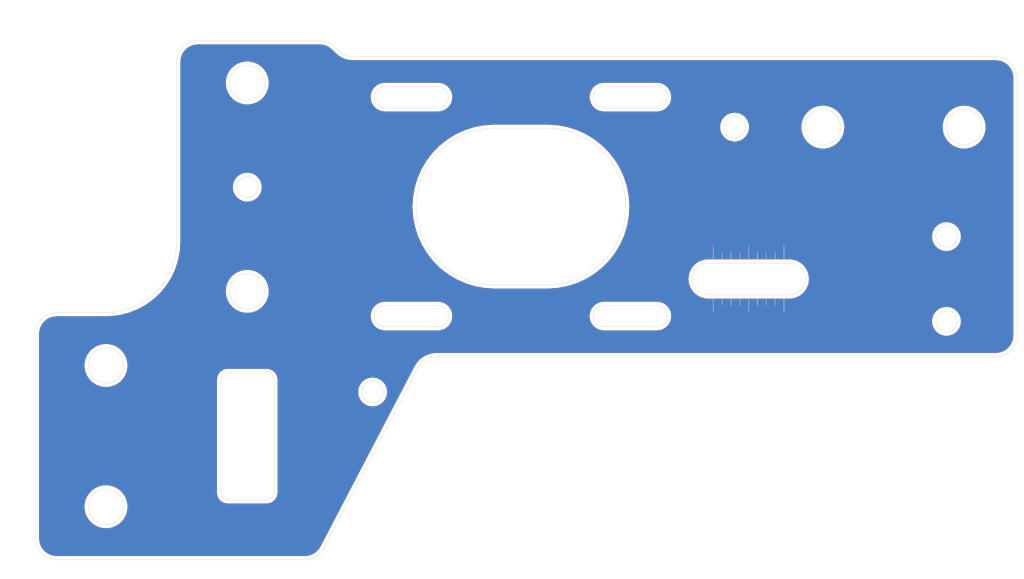
<source format=kicad_pcb>
(kicad_pcb (version 20171130) (host pcbnew 5.1.9+dfsg1-1+deb11u1)

  (general
    (thickness 1.6)
    (drawings 99)
    (tracks 0)
    (zones 0)
    (modules 0)
    (nets 1)
  )

  (page A4)
  (layers
    (0 F.Cu signal)
    (31 B.Cu signal)
    (32 B.Adhes user)
    (33 F.Adhes user)
    (34 B.Paste user)
    (35 F.Paste user)
    (36 B.SilkS user)
    (37 F.SilkS user)
    (38 B.Mask user)
    (39 F.Mask user)
    (40 Dwgs.User user)
    (41 Cmts.User user)
    (42 Eco1.User user)
    (43 Eco2.User user)
    (44 Edge.Cuts user)
    (45 Margin user)
    (46 B.CrtYd user)
    (47 F.CrtYd user)
    (48 B.Fab user)
    (49 F.Fab user)
  )

  (setup
    (last_trace_width 0.25)
    (trace_clearance 0.2)
    (zone_clearance 0.508)
    (zone_45_only no)
    (trace_min 0.2)
    (via_size 0.8)
    (via_drill 0.4)
    (via_min_size 0.4)
    (via_min_drill 0.3)
    (uvia_size 0.3)
    (uvia_drill 0.1)
    (uvias_allowed no)
    (uvia_min_size 0.2)
    (uvia_min_drill 0.1)
    (edge_width 0.05)
    (segment_width 0.2)
    (pcb_text_width 0.3)
    (pcb_text_size 1.5 1.5)
    (mod_edge_width 0.12)
    (mod_text_size 1 1)
    (mod_text_width 0.15)
    (pad_size 1.524 1.524)
    (pad_drill 0.762)
    (pad_to_mask_clearance 0)
    (aux_axis_origin 0 0)
    (visible_elements FFFFFF7F)
    (pcbplotparams
      (layerselection 0x010fc_ffffffff)
      (usegerberextensions true)
      (usegerberattributes false)
      (usegerberadvancedattributes false)
      (creategerberjobfile false)
      (excludeedgelayer true)
      (linewidth 0.100000)
      (plotframeref false)
      (viasonmask false)
      (mode 1)
      (useauxorigin false)
      (hpglpennumber 1)
      (hpglpenspeed 20)
      (hpglpendiameter 15.000000)
      (psnegative false)
      (psa4output false)
      (plotreference true)
      (plotvalue true)
      (plotinvisibletext false)
      (padsonsilk false)
      (subtractmaskfromsilk true)
      (outputformat 1)
      (mirror false)
      (drillshape 0)
      (scaleselection 1)
      (outputdirectory "back-motor-mount-gerber/"))
  )

  (net 0 "")

  (net_class Default "This is the default net class."
    (clearance 0.2)
    (trace_width 0.25)
    (via_dia 0.8)
    (via_drill 0.4)
    (uvia_dia 0.3)
    (uvia_drill 0.1)
  )

  (gr_line (start 188.5 102.25) (end 188.5 103.25) (layer F.SilkS) (width 0.05))
  (gr_line (start 191 102.25) (end 191 104.25) (layer F.SilkS) (width 0.05))
  (gr_line (start 184.75 102.25) (end 184.75 103.25) (layer F.SilkS) (width 0.05))
  (gr_line (start 181 102.25) (end 181 104.25) (layer F.SilkS) (width 0.05))
  (gr_line (start 182.25 102.25) (end 182.25 103.25) (layer F.SilkS) (width 0.05))
  (gr_line (start 187.25 102.25) (end 187.25 103.25) (layer F.SilkS) (width 0.05))
  (gr_line (start 183.5 102.25) (end 183.5 103.25) (layer F.SilkS) (width 0.05))
  (gr_line (start 186 102.25) (end 186 104.25) (layer F.SilkS) (width 0.05))
  (gr_line (start 189.75 102.25) (end 189.75 103.25) (layer F.SilkS) (width 0.05))
  (gr_line (start 184.75 102.25) (end 184.75 103.25) (layer B.SilkS) (width 0.05))
  (gr_line (start 182.25 102.25) (end 182.25 103.25) (layer B.SilkS) (width 0.05))
  (gr_line (start 183.5 102.25) (end 183.5 103.25) (layer B.SilkS) (width 0.05))
  (gr_line (start 186 102.25) (end 186 104.25) (layer B.SilkS) (width 0.05))
  (gr_line (start 187.25 102.25) (end 187.25 103.25) (layer B.SilkS) (width 0.05))
  (gr_line (start 191 102.25) (end 191 104.25) (layer B.SilkS) (width 0.05))
  (gr_line (start 188.5 102.25) (end 188.5 103.25) (layer B.SilkS) (width 0.05))
  (gr_line (start 189.75 102.25) (end 189.75 103.25) (layer B.SilkS) (width 0.05))
  (gr_line (start 181 102.25) (end 181 104.25) (layer B.SilkS) (width 0.05))
  (gr_line (start 189.75 96.75) (end 189.75 95.75) (layer B.SilkS) (width 0.05))
  (gr_line (start 182.25 96.75) (end 182.25 95.75) (layer B.SilkS) (width 0.05))
  (gr_line (start 184.75 96.75) (end 184.75 95.75) (layer B.SilkS) (width 0.05))
  (gr_line (start 188.5 96.75) (end 188.5 95.75) (layer B.SilkS) (width 0.05))
  (gr_line (start 187.25 96.75) (end 187.25 95.75) (layer B.SilkS) (width 0.05))
  (gr_line (start 186 96.75) (end 186 94.75) (layer B.SilkS) (width 0.05))
  (gr_line (start 191 96.75) (end 191 94.75) (layer B.SilkS) (width 0.05))
  (gr_line (start 181 96.75) (end 181 94.75) (layer B.SilkS) (width 0.05))
  (gr_line (start 183.5 96.75) (end 183.5 95.75) (layer B.SilkS) (width 0.05))
  (gr_line (start 187.25 96.75) (end 187.25 95.75) (layer F.SilkS) (width 0.05))
  (gr_line (start 184.75 96.75) (end 184.75 95.75) (layer F.SilkS) (width 0.05))
  (gr_line (start 189.75 96.75) (end 189.75 95.75) (layer F.SilkS) (width 0.05))
  (gr_line (start 188.5 96.75) (end 188.5 95.75) (layer F.SilkS) (width 0.05))
  (gr_line (start 191 96.75) (end 191 94.75) (layer F.SilkS) (width 0.05))
  (gr_line (start 186 96.75) (end 186 94.75) (layer F.SilkS) (width 0.05))
  (gr_line (start 183.5 96.75) (end 183.5 95.75) (layer F.SilkS) (width 0.05))
  (gr_line (start 182.25 96.75) (end 182.25 95.75) (layer F.SilkS) (width 0.05))
  (gr_line (start 181 96.75) (end 181 94.75) (layer F.SilkS) (width 0.05))
  (gr_circle (center 214.0074 105.5) (end 215.5074 105.5) (layer Edge.Cuts) (width 0.05))
  (gr_arc (start 173.0074 104.75) (end 173.0074 106.25) (angle -180) (layer Edge.Cuts) (width 0.05))
  (gr_line (start 165.5074 103.25) (end 173.0074 103.25) (layer Edge.Cuts) (width 0.05))
  (gr_line (start 88.0074 104.25) (end 95.0074 104.25) (layer Edge.Cuts) (width 0.05))
  (gr_line (start 134.5074 103.25) (end 142.0074 103.25) (layer Edge.Cuts) (width 0.05))
  (gr_arc (start 134.5074 104.75) (end 134.5074 103.25) (angle -180) (layer Edge.Cuts) (width 0.05))
  (gr_arc (start 221.0074 71) (end 224.0074 71) (angle -90) (layer Edge.Cuts) (width 0.05))
  (gr_arc (start 108.0074 68.75) (end 108.0074 65.75) (angle -90) (layer Edge.Cuts) (width 0.05))
  (gr_line (start 180.2574 97.25) (end 191.7574 97.25) (layer Edge.Cuts) (width 0.05))
  (gr_arc (start 180.2574 99.5) (end 180.2574 97.25) (angle -180) (layer Edge.Cuts) (width 0.05))
  (gr_line (start 180.2574 101.75) (end 191.7574 101.75) (layer Edge.Cuts) (width 0.05))
  (gr_arc (start 142.0074 73.75) (end 142.0074 75.25) (angle -180) (layer Edge.Cuts) (width 0.05))
  (gr_line (start 127.3861 66.6287) (end 127.8787 67.1213) (layer Edge.Cuts) (width 0.05))
  (gr_arc (start 141.826 113.5) (end 141.826 110.5) (angle -62.447) (layer Edge.Cuts) (width 0.05))
  (gr_line (start 150.0074 100.325) (end 157.5074 100.325) (layer Edge.Cuts) (width 0.05))
  (gr_circle (center 115.0074 86.5) (end 116.5074 86.5) (layer Edge.Cuts) (width 0.05))
  (gr_circle (center 115.0074 101.25) (end 117.5074 101.25) (layer Edge.Cuts) (width 0.05))
  (gr_arc (start 123.1888 136.25) (end 123.1888 139.25) (angle -62.4472) (layer Edge.Cuts) (width 0.05))
  (gr_arc (start 88.0074 136.25) (end 85.0074 136.25) (angle -90) (layer Edge.Cuts) (width 0.05))
  (gr_arc (start 125.2648 68.75) (end 127.38612 66.62868) (angle -45) (layer Edge.Cuts) (width 0.05))
  (gr_arc (start 95.0074 94.25) (end 95.0074 104.25) (angle -90) (layer Edge.Cuts) (width 0.05))
  (gr_line (start 123.1888 139.25) (end 88.0074 139.25) (layer Edge.Cuts) (width 0.05))
  (gr_circle (center 95.0074 111.75) (end 97.5074 111.75) (layer Edge.Cuts) (width 0.05))
  (gr_arc (start 117.7574 113.75) (end 118.7574 113.75) (angle -90) (layer Edge.Cuts) (width 0.05))
  (gr_line (start 105.0074 94.25) (end 105.0074 68.75) (layer Edge.Cuts) (width 0.05))
  (gr_line (start 221.0074 110.5) (end 141.826 110.5) (layer Edge.Cuts) (width 0.05))
  (gr_circle (center 95.0074 131.75) (end 97.5074 131.75) (layer Edge.Cuts) (width 0.05))
  (gr_circle (center 216.5074 78) (end 219.0074 78) (layer Edge.Cuts) (width 0.05))
  (gr_line (start 85.0074 136.25) (end 85.0074 107.25) (layer Edge.Cuts) (width 0.05))
  (gr_line (start 134.5074 72.25) (end 142.0074 72.25) (layer Edge.Cuts) (width 0.05))
  (gr_arc (start 134.5074 73.75) (end 134.5074 72.25) (angle -180) (layer Edge.Cuts) (width 0.05))
  (gr_line (start 134.5074 75.25) (end 142.0074 75.25) (layer Edge.Cuts) (width 0.05))
  (gr_circle (center 115.0074 71.75) (end 117.5074 71.75) (layer Edge.Cuts) (width 0.05))
  (gr_line (start 130 68) (end 221.0074 68) (layer Edge.Cuts) (width 0.05))
  (gr_line (start 134.5074 106.25) (end 142.0074 106.25) (layer Edge.Cuts) (width 0.05))
  (gr_circle (center 132.7574 115.5) (end 134.2574 115.5) (layer Edge.Cuts) (width 0.05))
  (gr_line (start 111.2574 113.75) (end 111.2574 129.75) (layer Edge.Cuts) (width 0.05))
  (gr_arc (start 112.2574 129.75) (end 111.2574 129.75) (angle -90) (layer Edge.Cuts) (width 0.05))
  (gr_circle (center 196.5074 78) (end 199.0074 78) (layer Edge.Cuts) (width 0.05))
  (gr_arc (start 173.0074 73.75) (end 173.0074 75.25) (angle -180) (layer Edge.Cuts) (width 0.05))
  (gr_line (start 165.5074 72.25) (end 173.0074 72.25) (layer Edge.Cuts) (width 0.05))
  (gr_arc (start 165.5074 73.75) (end 165.5074 72.25) (angle -180) (layer Edge.Cuts) (width 0.05))
  (gr_line (start 139.1662 112.1123) (end 125.8486 137.6377) (layer Edge.Cuts) (width 0.05))
  (gr_arc (start 165.5074 104.75) (end 165.5074 103.25) (angle -180) (layer Edge.Cuts) (width 0.05))
  (gr_line (start 165.5074 106.25) (end 173.0074 106.25) (layer Edge.Cuts) (width 0.05))
  (gr_arc (start 142.0074 104.75) (end 142.0074 106.25) (angle -180) (layer Edge.Cuts) (width 0.05))
  (gr_arc (start 221.0074 107.5) (end 221.0074 110.5) (angle -90) (layer Edge.Cuts) (width 0.05))
  (gr_line (start 118.7574 129.75) (end 118.7574 113.75) (layer Edge.Cuts) (width 0.05))
  (gr_line (start 165.5074 75.25) (end 173.0074 75.25) (layer Edge.Cuts) (width 0.05))
  (gr_circle (center 184.0074 78) (end 185.5074 78) (layer Edge.Cuts) (width 0.05))
  (gr_circle (center 214.0074 93.5) (end 215.5074 93.5) (layer Edge.Cuts) (width 0.05))
  (gr_arc (start 191.7574 99.5) (end 191.7574 101.75) (angle -180) (layer Edge.Cuts) (width 0.05))
  (gr_arc (start 157.5074 89.25) (end 157.5074 100.325) (angle -180) (layer Edge.Cuts) (width 0.05))
  (gr_line (start 150.0074 78.175) (end 157.5074 78.175) (layer Edge.Cuts) (width 0.05))
  (gr_arc (start 150.0074 89.25) (end 150.0074 78.175) (angle -180) (layer Edge.Cuts) (width 0.05))
  (gr_line (start 224.0074 71) (end 224.0074 107.5) (layer Edge.Cuts) (width 0.05))
  (gr_line (start 117.7574 112.75) (end 112.2574 112.75) (layer Edge.Cuts) (width 0.05))
  (gr_arc (start 112.2574 113.75) (end 112.2574 112.75) (angle -90) (layer Edge.Cuts) (width 0.05))
  (gr_arc (start 117.7574 129.75) (end 117.7574 130.75) (angle -90) (layer Edge.Cuts) (width 0.05))
  (gr_arc (start 88.0074 107.25) (end 88.0074 104.25) (angle -90) (layer Edge.Cuts) (width 0.05))
  (gr_line (start 108.0074 65.75) (end 125.2648 65.75) (layer Edge.Cuts) (width 0.05))
  (gr_line (start 112.2574 130.75) (end 117.7574 130.75) (layer Edge.Cuts) (width 0.05))
  (gr_arc (start 130 65) (end 127.878679 67.121321) (angle -45) (layer Edge.Cuts) (width 0.05))

  (zone (net 0) (net_name "") (layer F.Cu) (tstamp 64C3C9BE) (hatch edge 0.508)
    (connect_pads (clearance 0.508))
    (min_thickness 0.254)
    (fill yes (arc_segments 32) (thermal_gap 0.508) (thermal_bridge_width 0.508))
    (polygon
      (pts
        (xy 225 142) (xy 80 142) (xy 80 60) (xy 225 60)
      )
    )
    (filled_polygon
      (pts
        (xy 125.718693 66.45767) (xy 126.155298 66.589489) (xy 126.557985 66.8036) (xy 126.935574 67.111554) (xy 127.408934 67.584915)
        (xy 127.412809 67.58883) (xy 127.420226 67.596222) (xy 127.420309 67.59629) (xy 127.434933 67.610914) (xy 127.455413 67.627721)
        (xy 127.461857 67.634302) (xy 127.468957 67.640176) (xy 127.922686 68.010228) (xy 127.972479 68.04331) (xy 128.021868 68.077128)
        (xy 128.029974 68.08151) (xy 128.546937 68.356385) (xy 128.602264 68.379189) (xy 128.657224 68.402745) (xy 128.666028 68.40547)
        (xy 129.226537 68.574697) (xy 129.285217 68.586316) (xy 129.343727 68.598753) (xy 129.352892 68.599716) (xy 129.935594 68.656851)
        (xy 129.935608 68.656851) (xy 129.967581 68.66) (xy 220.975121 68.66) (xy 221.461293 68.70767) (xy 221.897898 68.839489)
        (xy 222.300585 69.0536) (xy 222.654012 69.341848) (xy 222.944727 69.693261) (xy 223.161642 70.094439) (xy 223.296506 70.530113)
        (xy 223.3474 71.014344) (xy 223.347401 107.467711) (xy 223.29973 107.953894) (xy 223.167912 108.390497) (xy 222.953799 108.793186)
        (xy 222.66555 109.146613) (xy 222.314139 109.437327) (xy 221.912964 109.65424) (xy 221.477286 109.789106) (xy 220.993064 109.84)
        (xy 141.793581 109.84) (xy 141.775091 109.841821) (xy 141.452037 109.860015) (xy 141.406388 109.867101) (xy 141.360422 109.871646)
        (xy 141.351397 109.873506) (xy 140.778793 109.995708) (xy 140.721784 110.013844) (xy 140.664538 110.031179) (xy 140.656046 110.034757)
        (xy 140.118084 110.26585) (xy 140.065664 110.294724) (xy 140.012893 110.322838) (xy 140.005258 110.327997) (xy 139.522428 110.65918)
        (xy 139.476637 110.697667) (xy 139.43031 110.735514) (xy 139.423823 110.742058) (xy 139.014514 111.160716) (xy 138.977059 111.207379)
        (xy 138.938977 111.253489) (xy 138.933884 111.261169) (xy 138.649402 111.696682) (xy 138.649369 111.696715) (xy 138.596049 111.778265)
        (xy 125.278578 137.30342) (xy 125.01119 137.712767) (xy 124.692361 138.038883) (xy 124.316268 138.296855) (xy 123.897221 138.476868)
        (xy 123.437713 138.574934) (xy 123.170222 138.59) (xy 88.039679 138.59) (xy 87.553506 138.54233) (xy 87.116903 138.410512)
        (xy 86.714214 138.196399) (xy 86.360787 137.90815) (xy 86.070073 137.556739) (xy 85.85316 137.155564) (xy 85.718294 136.719886)
        (xy 85.6674 136.235664) (xy 85.6674 131.438305) (xy 91.842713 131.438305) (xy 91.842713 132.061695) (xy 91.96433 132.673105)
        (xy 92.20289 133.249042) (xy 92.549227 133.767371) (xy 92.990029 134.208173) (xy 93.508358 134.55451) (xy 94.084295 134.79307)
        (xy 94.695705 134.914687) (xy 95.319095 134.914687) (xy 95.930505 134.79307) (xy 96.506442 134.55451) (xy 97.024771 134.208173)
        (xy 97.465573 133.767371) (xy 97.81191 133.249042) (xy 98.05047 132.673105) (xy 98.172087 132.061695) (xy 98.172087 131.438305)
        (xy 98.05047 130.826895) (xy 97.81191 130.250958) (xy 97.465573 129.732629) (xy 97.024771 129.291827) (xy 96.506442 128.94549)
        (xy 95.930505 128.70693) (xy 95.319095 128.585313) (xy 94.695705 128.585313) (xy 94.084295 128.70693) (xy 93.508358 128.94549)
        (xy 92.990029 129.291827) (xy 92.549227 129.732629) (xy 92.20289 130.250958) (xy 91.96433 130.826895) (xy 91.842713 131.438305)
        (xy 85.6674 131.438305) (xy 85.6674 111.438305) (xy 91.842713 111.438305) (xy 91.842713 112.061695) (xy 91.96433 112.673105)
        (xy 92.20289 113.249042) (xy 92.549227 113.767371) (xy 92.990029 114.208173) (xy 93.508358 114.55451) (xy 94.084295 114.79307)
        (xy 94.695705 114.914687) (xy 95.319095 114.914687) (xy 95.930505 114.79307) (xy 96.506442 114.55451) (xy 97.024771 114.208173)
        (xy 97.465573 113.767371) (xy 97.498841 113.717582) (xy 110.5974 113.717582) (xy 110.597401 129.782419) (xy 110.600183 129.810664)
        (xy 110.60014 129.816801) (xy 110.60104 129.825972) (xy 110.621441 130.020069) (xy 110.633468 130.078658) (xy 110.644677 130.137423)
        (xy 110.647341 130.146245) (xy 110.705053 130.332683) (xy 110.728238 130.387838) (xy 110.750642 130.443291) (xy 110.754968 130.451427)
        (xy 110.847793 130.623104) (xy 110.881246 130.672699) (xy 110.914 130.722753) (xy 110.919824 130.729894) (xy 111.044228 130.880272)
        (xy 111.086663 130.922411) (xy 111.128526 130.965161) (xy 111.135627 130.971034) (xy 111.286869 131.094384) (xy 111.336677 131.127477)
        (xy 111.386051 131.161284) (xy 111.394157 131.165667) (xy 111.56648 131.257292) (xy 111.621792 131.28009) (xy 111.676766 131.303652)
        (xy 111.685569 131.306377) (xy 111.872406 131.362786) (xy 111.931086 131.374405) (xy 111.989596 131.386842) (xy 111.998761 131.387805)
        (xy 112.192994 131.40685) (xy 112.192998 131.40685) (xy 112.224981 131.41) (xy 117.789819 131.41) (xy 117.818074 131.407217)
        (xy 117.824201 131.40726) (xy 117.833372 131.40636) (xy 118.027469 131.385959) (xy 118.086058 131.373932) (xy 118.144823 131.362723)
        (xy 118.153645 131.360059) (xy 118.340083 131.302347) (xy 118.395238 131.279162) (xy 118.450691 131.256758) (xy 118.458827 131.252432)
        (xy 118.630504 131.159607) (xy 118.680099 131.126154) (xy 118.730153 131.0934) (xy 118.737294 131.087576) (xy 118.887672 130.963172)
        (xy 118.929811 130.920737) (xy 118.972561 130.878874) (xy 118.978434 130.871773) (xy 119.101784 130.720531) (xy 119.134877 130.670723)
        (xy 119.168684 130.621349) (xy 119.173067 130.613243) (xy 119.264692 130.44092) (xy 119.28749 130.385608) (xy 119.311052 130.330634)
        (xy 119.313777 130.321831) (xy 119.370186 130.134994) (xy 119.381805 130.076314) (xy 119.394242 130.017804) (xy 119.395205 130.008639)
        (xy 119.41425 129.814406) (xy 119.41425 129.814402) (xy 119.4174 129.782419) (xy 119.4174 115.286323) (xy 130.587897 115.286323)
        (xy 130.587897 115.713677) (xy 130.67127 116.132821) (xy 130.834812 116.527645) (xy 131.072237 116.882977) (xy 131.374423 117.185163)
        (xy 131.729755 117.422588) (xy 132.124579 117.58613) (xy 132.543723 117.669503) (xy 132.971077 117.669503) (xy 133.390221 117.58613)
        (xy 133.785045 117.422588) (xy 134.140377 117.185163) (xy 134.442563 116.882977) (xy 134.679988 116.527645) (xy 134.84353 116.132821)
        (xy 134.926903 115.713677) (xy 134.926903 115.286323) (xy 134.84353 114.867179) (xy 134.679988 114.472355) (xy 134.442563 114.117023)
        (xy 134.140377 113.814837) (xy 133.785045 113.577412) (xy 133.390221 113.41387) (xy 132.971077 113.330497) (xy 132.543723 113.330497)
        (xy 132.124579 113.41387) (xy 131.729755 113.577412) (xy 131.374423 113.814837) (xy 131.072237 114.117023) (xy 130.834812 114.472355)
        (xy 130.67127 114.867179) (xy 130.587897 115.286323) (xy 119.4174 115.286323) (xy 119.4174 113.717581) (xy 119.414617 113.689326)
        (xy 119.41466 113.683199) (xy 119.41376 113.674028) (xy 119.393359 113.479931) (xy 119.381334 113.421348) (xy 119.370123 113.362577)
        (xy 119.367459 113.353755) (xy 119.309747 113.167317) (xy 119.286562 113.112162) (xy 119.264158 113.056709) (xy 119.259832 113.048573)
        (xy 119.167007 112.876896) (xy 119.133539 112.827278) (xy 119.1008 112.777247) (xy 119.094976 112.770106) (xy 118.970572 112.619728)
        (xy 118.928137 112.577589) (xy 118.886274 112.534839) (xy 118.879173 112.528966) (xy 118.727931 112.405616) (xy 118.678138 112.372534)
        (xy 118.628749 112.338716) (xy 118.620643 112.334333) (xy 118.448321 112.242708) (xy 118.393006 112.219909) (xy 118.338034 112.196348)
        (xy 118.329231 112.193623) (xy 118.142395 112.137214) (xy 118.083707 112.125594) (xy 118.025204 112.113158) (xy 118.016039 112.112195)
        (xy 117.821805 112.09315) (xy 117.821802 112.09315) (xy 117.789819 112.09) (xy 112.224981 112.09) (xy 112.196726 112.092783)
        (xy 112.190599 112.09274) (xy 112.181428 112.09364) (xy 111.987331 112.114041) (xy 111.928748 112.126066) (xy 111.869977 112.137277)
        (xy 111.861155 112.139941) (xy 111.674717 112.197653) (xy 111.619562 112.220838) (xy 111.564109 112.243242) (xy 111.555973 112.247568)
        (xy 111.384296 112.340393) (xy 111.334678 112.373861) (xy 111.284647 112.4066) (xy 111.277506 112.412424) (xy 111.127128 112.536828)
        (xy 111.084989 112.579263) (xy 111.042239 112.621126) (xy 111.036366 112.628227) (xy 110.913016 112.779469) (xy 110.879934 112.829262)
        (xy 110.846116 112.878651) (xy 110.841733 112.886757) (xy 110.750108 113.059079) (xy 110.727309 113.114394) (xy 110.703748 113.169366)
        (xy 110.701023 113.178169) (xy 110.644614 113.365005) (xy 110.632994 113.423693) (xy 110.620558 113.482196) (xy 110.619595 113.491361)
        (xy 110.60055 113.685595) (xy 110.5974 113.717582) (xy 97.498841 113.717582) (xy 97.81191 113.249042) (xy 98.05047 112.673105)
        (xy 98.172087 112.061695) (xy 98.172087 111.438305) (xy 98.05047 110.826895) (xy 97.81191 110.250958) (xy 97.465573 109.732629)
        (xy 97.024771 109.291827) (xy 96.506442 108.94549) (xy 95.930505 108.70693) (xy 95.319095 108.585313) (xy 94.695705 108.585313)
        (xy 94.084295 108.70693) (xy 93.508358 108.94549) (xy 92.990029 109.291827) (xy 92.549227 109.732629) (xy 92.20289 110.250958)
        (xy 91.96433 110.826895) (xy 91.842713 111.438305) (xy 85.6674 111.438305) (xy 85.6674 107.282279) (xy 85.71507 106.796107)
        (xy 85.846889 106.359502) (xy 86.061 105.956815) (xy 86.349248 105.603388) (xy 86.700661 105.312673) (xy 87.101839 105.095758)
        (xy 87.537513 104.960894) (xy 88.021744 104.91) (xy 95.039819 104.91) (xy 95.050157 104.908982) (xy 95.656036 104.889941)
        (xy 95.686988 104.887016) (xy 95.718025 104.885063) (xy 96.963931 104.727669) (xy 96.963933 104.727669) (xy 97.045349 104.712138)
        (xy 97.090068 104.700656) (xy 132.350153 104.700656) (xy 132.350571 104.760472) (xy 132.350153 104.820288) (xy 132.351052 104.82946)
        (xy 132.381652 105.120605) (xy 132.393683 105.179217) (xy 132.404889 105.237963) (xy 132.407553 105.246784) (xy 132.494121 105.52644)
        (xy 132.517299 105.581578) (xy 132.539711 105.63705) (xy 132.544038 105.645186) (xy 132.683277 105.902702) (xy 132.716704 105.952259)
        (xy 132.74948 106.002347) (xy 132.755305 106.009488) (xy 132.94191 106.235056) (xy 132.984365 106.277215) (xy 133.026209 106.319945)
        (xy 133.033309 106.325819) (xy 133.260173 106.510845) (xy 133.309966 106.543927) (xy 133.359355 106.577745) (xy 133.367461 106.582127)
        (xy 133.625942 106.719564) (xy 133.681236 106.742355) (xy 133.736229 106.765925) (xy 133.745032 106.76865) (xy 134.025287 106.853264)
        (xy 134.083964 106.864882) (xy 134.142479 106.87732) (xy 134.151642 106.878283) (xy 134.151644 106.878283) (xy 134.442996 106.90685)
        (xy 134.442998 106.90685) (xy 134.474981 106.91) (xy 142.039819 106.91) (xy 142.073284 106.906704) (xy 142.092749 106.906704)
        (xy 142.101914 106.905741) (xy 142.392838 106.873108) (xy 142.451341 106.860672) (xy 142.510029 106.849052) (xy 142.518832 106.846327)
        (xy 142.797876 106.757809) (xy 142.852812 106.734263) (xy 142.908164 106.711449) (xy 142.91627 106.707065) (xy 143.172808 106.566032)
        (xy 143.222153 106.532245) (xy 143.271991 106.499133) (xy 143.279091 106.493259) (xy 143.503349 106.305084) (xy 143.545193 106.262354)
        (xy 143.587648 106.220195) (xy 143.593472 106.213053) (xy 143.776909 105.984903) (xy 143.809651 105.934869) (xy 143.843114 105.885258)
        (xy 143.84744 105.877122) (xy 143.98307 105.617687) (xy 144.005482 105.562215) (xy 144.02866 105.507077) (xy 144.031323 105.498255)
        (xy 144.113978 105.217417) (xy 144.125185 105.158669) (xy 144.137216 105.100059) (xy 144.138115 105.090888) (xy 144.164647 104.799344)
        (xy 144.164229 104.739528) (xy 144.1645 104.700656) (xy 163.350153 104.700656) (xy 163.350571 104.760472) (xy 163.350153 104.820288)
        (xy 163.351052 104.82946) (xy 163.381652 105.120605) (xy 163.393683 105.179217) (xy 163.404889 105.237963) (xy 163.407553 105.246784)
        (xy 163.494121 105.52644) (xy 163.517299 105.581578) (xy 163.539711 105.63705) (xy 163.544038 105.645186) (xy 163.683277 105.902702)
        (xy 163.716704 105.952259) (xy 163.74948 106.002347) (xy 163.755305 106.009488) (xy 163.94191 106.235056) (xy 163.984365 106.277215)
        (xy 164.026209 106.319945) (xy 164.033309 106.325819) (xy 164.260173 106.510845) (xy 164.309966 106.543927) (xy 164.359355 106.577745)
        (xy 164.367461 106.582127) (xy 164.625942 106.719564) (xy 164.681236 106.742355) (xy 164.736229 106.765925) (xy 164.745032 106.76865)
        (xy 165.025287 106.853264) (xy 165.083964 106.864882) (xy 165.142479 106.87732) (xy 165.151642 106.878283) (xy 165.151644 106.878283)
        (xy 165.442996 106.90685) (xy 165.442998 106.90685) (xy 165.474981 106.91) (xy 173.039819 106.91) (xy 173.073284 106.906704)
        (xy 173.092749 106.906704) (xy 173.101914 106.905741) (xy 173.392838 106.873108) (xy 173.451341 106.860672) (xy 173.510029 106.849052)
        (xy 173.518832 106.846327) (xy 173.797876 106.757809) (xy 173.852812 106.734263) (xy 173.908164 106.711449) (xy 173.91627 106.707065)
        (xy 174.172808 106.566032) (xy 174.222153 106.532245) (xy 174.271991 106.499133) (xy 174.279091 106.493259) (xy 174.503349 106.305084)
        (xy 174.545193 106.262354) (xy 174.587648 106.220195) (xy 174.593472 106.213053) (xy 174.776909 105.984903) (xy 174.809651 105.934869)
        (xy 174.843114 105.885258) (xy 174.84744 105.877122) (xy 174.98307 105.617687) (xy 175.005482 105.562215) (xy 175.02866 105.507077)
        (xy 175.031323 105.498255) (xy 175.093697 105.286323) (xy 211.837897 105.286323) (xy 211.837897 105.713677) (xy 211.92127 106.132821)
        (xy 212.084812 106.527645) (xy 212.322237 106.882977) (xy 212.624423 107.185163) (xy 212.979755 107.422588) (xy 213.374579 107.58613)
        (xy 213.793723 107.669503) (xy 214.221077 107.669503) (xy 214.640221 107.58613) (xy 215.035045 107.422588) (xy 215.390377 107.185163)
        (xy 215.692563 106.882977) (xy 215.929988 106.527645) (xy 216.09353 106.132821) (xy 216.176903 105.713677) (xy 216.176903 105.286323)
        (xy 216.09353 104.867179) (xy 215.929988 104.472355) (xy 215.692563 104.117023) (xy 215.390377 103.814837) (xy 215.035045 103.577412)
        (xy 214.640221 103.41387) (xy 214.221077 103.330497) (xy 213.793723 103.330497) (xy 213.374579 103.41387) (xy 212.979755 103.577412)
        (xy 212.624423 103.814837) (xy 212.322237 104.117023) (xy 212.084812 104.472355) (xy 211.92127 104.867179) (xy 211.837897 105.286323)
        (xy 175.093697 105.286323) (xy 175.113978 105.217417) (xy 175.125185 105.158669) (xy 175.137216 105.100059) (xy 175.138115 105.090888)
        (xy 175.164647 104.799344) (xy 175.164229 104.739528) (xy 175.164647 104.679712) (xy 175.163748 104.670541) (xy 175.133148 104.379395)
        (xy 175.12111 104.320753) (xy 175.10991 104.262037) (xy 175.107247 104.253216) (xy 175.020679 103.97356) (xy 174.997501 103.918422)
        (xy 174.975089 103.86295) (xy 174.970762 103.854814) (xy 174.831523 103.597298) (xy 174.798101 103.547749) (xy 174.76532 103.497653)
        (xy 174.759495 103.490512) (xy 174.57289 103.264945) (xy 174.530454 103.222804) (xy 174.488591 103.180055) (xy 174.481491 103.174181)
        (xy 174.254627 102.989155) (xy 174.204808 102.956055) (xy 174.155445 102.922256) (xy 174.147339 102.917873) (xy 173.888858 102.780436)
        (xy 173.833564 102.757645) (xy 173.778571 102.734075) (xy 173.769768 102.73135) (xy 173.489514 102.646736) (xy 173.430829 102.635116)
        (xy 173.372321 102.62268) (xy 173.363158 102.621717) (xy 173.363156 102.621717) (xy 173.071804 102.59315) (xy 173.071802 102.59315)
        (xy 173.039819 102.59) (xy 165.474981 102.59) (xy 165.441516 102.593296) (xy 165.422051 102.593296) (xy 165.412886 102.594259)
        (xy 165.121961 102.626892) (xy 165.063444 102.639331) (xy 165.004771 102.650948) (xy 164.995968 102.653673) (xy 164.716923 102.742191)
        (xy 164.661988 102.765737) (xy 164.606635 102.788551) (xy 164.598529 102.792935) (xy 164.341992 102.933968) (xy 164.292647 102.967755)
        (xy 164.242809 103.000867) (xy 164.235709 103.006741) (xy 164.011451 103.194916) (xy 163.969607 103.237646) (xy 163.927151 103.279806)
        (xy 163.921327 103.286947) (xy 163.737891 103.515097) (xy 163.705144 103.565139) (xy 163.671686 103.614742) (xy 163.66736 103.622879)
        (xy 163.53173 103.882313) (xy 163.509318 103.937785) (xy 163.48614 103.992923) (xy 163.483477 104.001745) (xy 163.400822 104.282583)
        (xy 163.389624 104.341284) (xy 163.377584 104.39994) (xy 163.376685 104.409112) (xy 163.350153 104.700656) (xy 144.1645 104.700656)
        (xy 144.164647 104.679712) (xy 144.163748 104.670541) (xy 144.133148 104.379395) (xy 144.12111 104.320753) (xy 144.10991 104.262037)
        (xy 144.107247 104.253216) (xy 144.020679 103.97356) (xy 143.997501 103.918422) (xy 143.975089 103.86295) (xy 143.970762 103.854814)
        (xy 143.831523 103.597298) (xy 143.798101 103.547749) (xy 143.76532 103.497653) (xy 143.759495 103.490512) (xy 143.57289 103.264945)
        (xy 143.530454 103.222804) (xy 143.488591 103.180055) (xy 143.481491 103.174181) (xy 143.254627 102.989155) (xy 143.204808 102.956055)
        (xy 143.155445 102.922256) (xy 143.147339 102.917873) (xy 142.888858 102.780436) (xy 142.833564 102.757645) (xy 142.778571 102.734075)
        (xy 142.769768 102.73135) (xy 142.489514 102.646736) (xy 142.430829 102.635116) (xy 142.372321 102.62268) (xy 142.363158 102.621717)
        (xy 142.363156 102.621717) (xy 142.071804 102.59315) (xy 142.071802 102.59315) (xy 142.039819 102.59) (xy 134.474981 102.59)
        (xy 134.441516 102.593296) (xy 134.422051 102.593296) (xy 134.412886 102.594259) (xy 134.121961 102.626892) (xy 134.063444 102.639331)
        (xy 134.004771 102.650948) (xy 133.995968 102.653673) (xy 133.716923 102.742191) (xy 133.661988 102.765737) (xy 133.606635 102.788551)
        (xy 133.598529 102.792935) (xy 133.341992 102.933968) (xy 133.292647 102.967755) (xy 133.242809 103.000867) (xy 133.235709 103.006741)
        (xy 133.011451 103.194916) (xy 132.969607 103.237646) (xy 132.927151 103.279806) (xy 132.921327 103.286947) (xy 132.737891 103.515097)
        (xy 132.705144 103.565139) (xy 132.671686 103.614742) (xy 132.66736 103.622879) (xy 132.53173 103.882313) (xy 132.509318 103.937785)
        (xy 132.48614 103.992923) (xy 132.483477 104.001745) (xy 132.400822 104.282583) (xy 132.389624 104.341284) (xy 132.377584 104.39994)
        (xy 132.376685 104.409112) (xy 132.350153 104.700656) (xy 97.090068 104.700656) (xy 98.261706 104.39983) (xy 98.340533 104.374218)
        (xy 98.340538 104.374216) (xy 99.50815 103.911926) (xy 99.508156 103.911924) (xy 99.545961 103.894134) (xy 99.58315 103.876634)
        (xy 99.583155 103.876631) (xy 100.683613 103.271648) (xy 100.683626 103.271642) (xy 100.726437 103.244472) (xy 100.753607 103.22723)
        (xy 100.753614 103.227224) (xy 101.769579 102.489083) (xy 101.833442 102.436251) (xy 101.833449 102.436243) (xy 102.748878 101.576598)
        (xy 102.748887 101.576591) (xy 102.805625 101.516171) (xy 103.283677 100.938305) (xy 111.842713 100.938305) (xy 111.842713 101.561695)
        (xy 111.96433 102.173105) (xy 112.20289 102.749042) (xy 112.549227 103.267371) (xy 112.990029 103.708173) (xy 113.508358 104.05451)
        (xy 114.084295 104.29307) (xy 114.695705 104.414687) (xy 115.319095 104.414687) (xy 115.930505 104.29307) (xy 116.506442 104.05451)
        (xy 117.024771 103.708173) (xy 117.465573 103.267371) (xy 117.81191 102.749042) (xy 118.05047 102.173105) (xy 118.172087 101.561695)
        (xy 118.172087 100.938305) (xy 118.05047 100.326895) (xy 117.81191 99.750958) (xy 117.465573 99.232629) (xy 117.024771 98.791827)
        (xy 116.506442 98.44549) (xy 115.930505 98.20693) (xy 115.319095 98.085313) (xy 114.695705 98.085313) (xy 114.084295 98.20693)
        (xy 113.508358 98.44549) (xy 112.990029 98.791827) (xy 112.549227 99.232629) (xy 112.20289 99.750958) (xy 111.96433 100.326895)
        (xy 111.842713 100.938305) (xy 103.283677 100.938305) (xy 103.606101 100.548562) (xy 103.606109 100.548553) (xy 103.654826 100.481499)
        (xy 104.327719 99.42119) (xy 104.327724 99.421183) (xy 104.367653 99.348551) (xy 104.902351 98.212261) (xy 104.932863 98.135197)
        (xy 104.932867 98.135182) (xy 105.320924 96.940864) (xy 105.32093 96.94085) (xy 105.341542 96.86057) (xy 105.576857 95.627003)
        (xy 105.5815 95.590248) (xy 105.587245 95.544774) (xy 105.665367 94.30306) (xy 105.6674 94.282419) (xy 105.6674 89.271721)
        (xy 138.273549 89.271721) (xy 138.273739 89.307988) (xy 138.273549 89.344256) (xy 138.273965 89.351154) (xy 138.361143 90.681232)
        (xy 138.365687 90.717198) (xy 138.369857 90.753241) (xy 138.371099 90.76004) (xy 138.617436 92.070009) (xy 138.626264 92.105157)
        (xy 138.634738 92.140451) (xy 138.636787 92.147051) (xy 139.038717 93.417941) (xy 139.051708 93.451783) (xy 139.064356 93.485792)
        (xy 139.067184 93.492098) (xy 139.618883 94.705497) (xy 139.635848 94.737538) (xy 139.652488 94.769777) (xy 139.656053 94.775698)
        (xy 140.34953 95.914028) (xy 140.370227 95.943808) (xy 140.390613 95.973805) (xy 140.394855 95.979243) (xy 140.394863 95.979255)
        (xy 140.394872 95.979265) (xy 141.220072 97.026028) (xy 141.244222 97.053133) (xy 141.268041 97.080437) (xy 141.272915 97.085337)
        (xy 142.217904 98.02539) (xy 142.245062 98.049333) (xy 142.272061 98.073643) (xy 142.277488 98.077921) (xy 143.328569 98.89764)
        (xy 143.358471 98.918191) (xy 143.38813 98.939036) (xy 143.394032 98.942632) (xy 144.535977 99.630139) (xy 144.568125 99.646945)
        (xy 144.600081 99.66408) (xy 144.606372 99.66694) (xy 145.822642 100.212278) (xy 145.856563 100.225096) (xy 145.890359 100.238272)
        (xy 145.896943 100.240354) (xy 145.896948 100.240356) (xy 145.896953 100.240357) (xy 147.169925 100.635625) (xy 147.205128 100.644272)
        (xy 147.240274 100.653296) (xy 147.247066 100.654573) (xy 148.558309 100.894049) (xy 148.594306 100.898405) (xy 148.630272 100.90314)
        (xy 148.637168 100.903592) (xy 149.955192 100.983051) (xy 149.974981 100.985) (xy 157.539819 100.985) (xy 157.541541 100.98483)
        (xy 157.62683 100.984384) (xy 157.644941 100.983197) (xy 157.663093 100.983197) (xy 157.669989 100.982745) (xy 158.999592 100.888604)
        (xy 159.035569 100.883868) (xy 159.071554 100.879513) (xy 159.078344 100.878236) (xy 159.078347 100.878236) (xy 159.07835 100.878235)
        (xy 160.387009 100.625043) (xy 160.422133 100.616024) (xy 160.457359 100.607372) (xy 160.463949 100.605288) (xy 161.732715 100.196709)
        (xy 161.766481 100.183544) (xy 161.800431 100.170715) (xy 161.806722 100.167855) (xy 163.017215 99.60981) (xy 163.049171 99.592676)
        (xy 163.081319 99.575869) (xy 163.087221 99.572274) (xy 163.27603 99.45589) (xy 177.350171 99.45589) (xy 177.350589 99.515708)
        (xy 177.350171 99.575526) (xy 177.351071 99.584697) (xy 177.396972 100.021414) (xy 177.408993 100.079977) (xy 177.420208 100.13877)
        (xy 177.422872 100.147592) (xy 177.552724 100.567077) (xy 177.575909 100.622232) (xy 177.598313 100.677685) (xy 177.602638 100.685817)
        (xy 177.60264 100.685822) (xy 177.602643 100.685826) (xy 177.811497 101.072095) (xy 177.844945 101.121685) (xy 177.877702 101.171743)
        (xy 177.883521 101.178877) (xy 177.883526 101.178884) (xy 177.883532 101.17889) (xy 178.163435 101.517234) (xy 178.20587 101.559374)
        (xy 178.247733 101.602123) (xy 178.254833 101.607997) (xy 178.595129 101.885536) (xy 178.644922 101.918618) (xy 178.694311 101.952436)
        (xy 178.702418 101.956818) (xy 179.09014 102.162974) (xy 179.145446 102.185769) (xy 179.200429 102.209335) (xy 179.209232 102.21206)
        (xy 179.629613 102.33898) (xy 179.688286 102.350597) (xy 179.746803 102.363036) (xy 179.755968 102.363999) (xy 180.192995 102.40685)
        (xy 180.192998 102.40685) (xy 180.224981 102.41) (xy 191.789819 102.41) (xy 191.792113 102.409774) (xy 191.793416 102.409765)
        (xy 191.811476 102.407867) (xy 191.824025 102.406631) (xy 191.85322 102.406631) (xy 191.862385 102.405668) (xy 192.298771 102.356719)
        (xy 192.357288 102.34428) (xy 192.415961 102.332663) (xy 192.424764 102.329938) (xy 192.843332 102.197161) (xy 192.898315 102.173595)
        (xy 192.953621 102.1508) (xy 192.961727 102.146417) (xy 193.346534 101.934867) (xy 193.395873 101.901084) (xy 193.445715 101.867969)
        (xy 193.452815 101.862095) (xy 193.789203 101.579833) (xy 193.831048 101.537103) (xy 193.873504 101.494942) (xy 193.879328 101.487801)
        (xy 194.154484 101.145574) (xy 194.187243 101.095513) (xy 194.220688 101.045929) (xy 194.225014 101.037793) (xy 194.428458 100.64864)
        (xy 194.450864 100.593182) (xy 194.474048 100.538031) (xy 194.476711 100.529209) (xy 194.600694 100.107952) (xy 194.611906 100.049178)
        (xy 194.623931 99.990597) (xy 194.62483 99.981426) (xy 194.664629 99.54411) (xy 194.664211 99.484292) (xy 194.664629 99.424475)
        (xy 194.663729 99.415303) (xy 194.617828 98.978586) (xy 194.605807 98.920023) (xy 194.594592 98.86123) (xy 194.591928 98.852408)
        (xy 194.462076 98.432923) (xy 194.438891 98.377768) (xy 194.416487 98.322315) (xy 194.412161 98.314179) (xy 194.203303 97.927905)
        (xy 194.169875 97.878346) (xy 194.137098 97.828257) (xy 194.131273 97.821116) (xy 193.851365 97.482766) (xy 193.808949 97.440645)
        (xy 193.767067 97.397876) (xy 193.759966 97.392003) (xy 193.419671 97.114464) (xy 193.369844 97.081359) (xy 193.320488 97.047564)
        (xy 193.312382 97.043181) (xy 192.924659 96.837026) (xy 192.869353 96.81423) (xy 192.814372 96.790665) (xy 192.805572 96.787941)
        (xy 192.805566 96.787939) (xy 192.385187 96.66102) (xy 192.326507 96.649401) (xy 192.267997 96.636964) (xy 192.258832 96.636001)
        (xy 191.821805 96.59315) (xy 191.821802 96.59315) (xy 191.789819 96.59) (xy 180.224981 96.59) (xy 180.222687 96.590226)
        (xy 180.221384 96.590235) (xy 180.203324 96.592133) (xy 180.190775 96.593369) (xy 180.16158 96.593369) (xy 180.152415 96.594332)
        (xy 179.716029 96.643281) (xy 179.657512 96.65572) (xy 179.598839 96.667337) (xy 179.590036 96.670062) (xy 179.171468 96.802839)
        (xy 179.116485 96.826405) (xy 179.061179 96.8492) (xy 179.053073 96.853583) (xy 178.668266 97.065133) (xy 178.618936 97.09891)
        (xy 178.569086 97.13203) (xy 178.561985 97.137905) (xy 178.225597 97.420167) (xy 178.183753 97.462897) (xy 178.141297 97.505057)
        (xy 178.135473 97.512199) (xy 177.860316 97.854425) (xy 177.827557 97.904486) (xy 177.794112 97.95407) (xy 177.789786 97.962207)
        (xy 177.586342 98.351359) (xy 177.56393 98.406831) (xy 177.540752 98.461969) (xy 177.538089 98.470791) (xy 177.414107 98.892048)
        (xy 177.402907 98.95076) (xy 177.390869 99.009403) (xy 177.38997 99.018575) (xy 177.350171 99.45589) (xy 163.27603 99.45589)
        (xy 164.221904 98.872846) (xy 164.251574 98.851993) (xy 164.281466 98.831449) (xy 164.286893 98.827171) (xy 165.329331 97.996492)
        (xy 165.356255 97.97225) (xy 165.383488 97.94824) (xy 165.388362 97.94334) (xy 166.323456 96.993442) (xy 166.347276 96.966136)
        (xy 166.371425 96.939032) (xy 166.375675 96.933583) (xy 167.189877 95.878225) (xy 167.210245 95.848253) (xy 167.230961 95.818448)
        (xy 167.234525 95.812527) (xy 167.916044 94.666998) (xy 167.932687 94.634754) (xy 167.949649 94.602717) (xy 167.952477 94.596411)
        (xy 168.491439 93.377301) (xy 168.504087 93.343292) (xy 168.517078 93.30945) (xy 168.519124 93.30286) (xy 168.519128 93.302849)
        (xy 168.519131 93.302838) (xy 168.524164 93.286323) (xy 211.837897 93.286323) (xy 211.837897 93.713677) (xy 211.92127 94.132821)
        (xy 212.084812 94.527645) (xy 212.322237 94.882977) (xy 212.624423 95.185163) (xy 212.979755 95.422588) (xy 213.374579 95.58613)
        (xy 213.793723 95.669503) (xy 214.221077 95.669503) (xy 214.640221 95.58613) (xy 215.035045 95.422588) (xy 215.390377 95.185163)
        (xy 215.692563 94.882977) (xy 215.929988 94.527645) (xy 216.09353 94.132821) (xy 216.176903 93.713677) (xy 216.176903 93.286323)
        (xy 216.09353 92.867179) (xy 215.929988 92.472355) (xy 215.692563 92.117023) (xy 215.390377 91.814837) (xy 215.035045 91.577412)
        (xy 214.640221 91.41387) (xy 214.221077 91.330497) (xy 213.793723 91.330497) (xy 213.374579 91.41387) (xy 212.979755 91.577412)
        (xy 212.624423 91.814837) (xy 212.322237 92.117023) (xy 212.084812 92.472355) (xy 211.92127 92.867179) (xy 211.837897 93.286323)
        (xy 168.524164 93.286323) (xy 168.907726 92.027822) (xy 168.916197 91.992539) (xy 168.925028 91.95738) (xy 168.92627 91.950582)
        (xy 169.158876 90.638103) (xy 169.163041 90.60211) (xy 169.16759 90.566095) (xy 169.168006 90.559196) (xy 169.241251 89.228279)
        (xy 169.241061 89.192012) (xy 169.241251 89.155745) (xy 169.240835 89.148846) (xy 169.153657 87.818768) (xy 169.149114 87.782807)
        (xy 169.144943 87.746759) (xy 169.143701 87.73996) (xy 168.897364 86.42999) (xy 168.88853 86.39482) (xy 168.880062 86.359549)
        (xy 168.878013 86.352949) (xy 168.476083 85.08206) (xy 168.463099 85.048235) (xy 168.450444 85.014208) (xy 168.447616 85.007902)
        (xy 167.895917 83.794504) (xy 167.878955 83.762467) (xy 167.862312 83.730223) (xy 167.858747 83.724302) (xy 167.16527 82.585972)
        (xy 167.144585 82.556211) (xy 167.124186 82.526194) (xy 167.119936 82.520745) (xy 166.294727 81.473972) (xy 166.270622 81.446918)
        (xy 166.246759 81.419563) (xy 166.241885 81.414663) (xy 165.296896 80.474609) (xy 165.269709 80.450641) (xy 165.242739 80.426357)
        (xy 165.237312 80.422079) (xy 164.186232 79.602361) (xy 164.15639 79.581852) (xy 164.12667 79.560964) (xy 164.120768 79.557369)
        (xy 162.978823 78.869861) (xy 162.946675 78.853055) (xy 162.914719 78.83592) (xy 162.908435 78.833063) (xy 162.908428 78.83306)
        (xy 162.908422 78.833058) (xy 161.692158 78.287722) (xy 161.658282 78.274921) (xy 161.624441 78.261727) (xy 161.617857 78.259646)
        (xy 161.617852 78.259644) (xy 161.617847 78.259643) (xy 160.344875 77.864375) (xy 160.309695 77.855734) (xy 160.274527 77.846704)
        (xy 160.267735 77.845427) (xy 159.944113 77.786323) (xy 181.837897 77.786323) (xy 181.837897 78.213677) (xy 181.92127 78.632821)
        (xy 182.084812 79.027645) (xy 182.322237 79.382977) (xy 182.624423 79.685163) (xy 182.979755 79.922588) (xy 183.374579 80.08613)
        (xy 183.793723 80.169503) (xy 184.221077 80.169503) (xy 184.640221 80.08613) (xy 185.035045 79.922588) (xy 185.390377 79.685163)
        (xy 185.692563 79.382977) (xy 185.929988 79.027645) (xy 186.09353 78.632821) (xy 186.176903 78.213677) (xy 186.176903 77.786323)
        (xy 186.157406 77.688305) (xy 193.342713 77.688305) (xy 193.342713 78.311695) (xy 193.46433 78.923105) (xy 193.70289 79.499042)
        (xy 194.049227 80.017371) (xy 194.490029 80.458173) (xy 195.008358 80.80451) (xy 195.584295 81.04307) (xy 196.195705 81.164687)
        (xy 196.819095 81.164687) (xy 197.430505 81.04307) (xy 198.006442 80.80451) (xy 198.524771 80.458173) (xy 198.965573 80.017371)
        (xy 199.31191 79.499042) (xy 199.55047 78.923105) (xy 199.672087 78.311695) (xy 199.672087 77.688305) (xy 213.342713 77.688305)
        (xy 213.342713 78.311695) (xy 213.46433 78.923105) (xy 213.70289 79.499042) (xy 214.049227 80.017371) (xy 214.490029 80.458173)
        (xy 215.008358 80.80451) (xy 215.584295 81.04307) (xy 216.195705 81.164687) (xy 216.819095 81.164687) (xy 217.430505 81.04307)
        (xy 218.006442 80.80451) (xy 218.524771 80.458173) (xy 218.965573 80.017371) (xy 219.31191 79.499042) (xy 219.55047 78.923105)
        (xy 219.672087 78.311695) (xy 219.672087 77.688305) (xy 219.55047 77.076895) (xy 219.31191 76.500958) (xy 218.965573 75.982629)
        (xy 218.524771 75.541827) (xy 218.006442 75.19549) (xy 217.430505 74.95693) (xy 216.819095 74.835313) (xy 216.195705 74.835313)
        (xy 215.584295 74.95693) (xy 215.008358 75.19549) (xy 214.490029 75.541827) (xy 214.049227 75.982629) (xy 213.70289 76.500958)
        (xy 213.46433 77.076895) (xy 213.342713 77.688305) (xy 199.672087 77.688305) (xy 199.55047 77.076895) (xy 199.31191 76.500958)
        (xy 198.965573 75.982629) (xy 198.524771 75.541827) (xy 198.006442 75.19549) (xy 197.430505 74.95693) (xy 196.819095 74.835313)
        (xy 196.195705 74.835313) (xy 195.584295 74.95693) (xy 195.008358 75.19549) (xy 194.490029 75.541827) (xy 194.049227 75.982629)
        (xy 193.70289 76.500958) (xy 193.46433 77.076895) (xy 193.342713 77.688305) (xy 186.157406 77.688305) (xy 186.09353 77.367179)
        (xy 185.929988 76.972355) (xy 185.692563 76.617023) (xy 185.390377 76.314837) (xy 185.035045 76.077412) (xy 184.640221 75.91387)
        (xy 184.221077 75.830497) (xy 183.793723 75.830497) (xy 183.374579 75.91387) (xy 182.979755 76.077412) (xy 182.624423 76.314837)
        (xy 182.322237 76.617023) (xy 182.084812 76.972355) (xy 181.92127 77.367179) (xy 181.837897 77.786323) (xy 159.944113 77.786323)
        (xy 158.956491 77.605951) (xy 158.920495 77.601595) (xy 158.884529 77.59686) (xy 158.877634 77.596408) (xy 158.877632 77.596408)
        (xy 157.559608 77.516949) (xy 157.539819 77.515) (xy 149.974981 77.515) (xy 149.973259 77.51517) (xy 149.887971 77.515616)
        (xy 149.86986 77.516803) (xy 149.851708 77.516803) (xy 149.844812 77.517255) (xy 148.515208 77.611396) (xy 148.479248 77.61613)
        (xy 148.443245 77.620487) (xy 148.436453 77.621764) (xy 147.127791 77.874957) (xy 147.092667 77.883976) (xy 147.057441 77.892628)
        (xy 147.050852 77.894712) (xy 145.782085 78.303291) (xy 145.748309 78.316459) (xy 145.71437 78.329284) (xy 145.708084 78.332142)
        (xy 145.708077 78.332145) (xy 145.708071 78.332148) (xy 144.497585 78.890189) (xy 144.465588 78.907346) (xy 144.433481 78.924131)
        (xy 144.427579 78.927726) (xy 143.292896 79.627154) (xy 143.263261 79.647982) (xy 143.233334 79.66855) (xy 143.227907 79.672829)
        (xy 142.185469 80.503508) (xy 142.158545 80.52775) (xy 142.131312 80.55176) (xy 142.126438 80.55666) (xy 141.191344 81.506558)
        (xy 141.167505 81.533885) (xy 141.143375 81.560968) (xy 141.139131 81.56641) (xy 141.139126 81.566416) (xy 141.139125 81.566418)
        (xy 140.324923 82.621775) (xy 140.304555 82.651747) (xy 140.283839 82.681552) (xy 140.280275 82.687473) (xy 139.598756 83.833002)
        (xy 139.582123 83.865228) (xy 139.565151 83.897283) (xy 139.562323 83.903589) (xy 139.023361 85.122698) (xy 139.01073 85.156663)
        (xy 138.997722 85.19055) (xy 138.995673 85.197151) (xy 138.607074 86.472178) (xy 138.598608 86.507439) (xy 138.589772 86.542619)
        (xy 138.58853 86.549418) (xy 138.355924 87.861896) (xy 138.351759 87.897896) (xy 138.34721 87.933905) (xy 138.346794 87.940804)
        (xy 138.273549 89.271721) (xy 105.6674 89.271721) (xy 105.6674 86.286323) (xy 112.837897 86.286323) (xy 112.837897 86.713677)
        (xy 112.92127 87.132821) (xy 113.084812 87.527645) (xy 113.322237 87.882977) (xy 113.624423 88.185163) (xy 113.979755 88.422588)
        (xy 114.374579 88.58613) (xy 114.793723 88.669503) (xy 115.221077 88.669503) (xy 115.640221 88.58613) (xy 116.035045 88.422588)
        (xy 116.390377 88.185163) (xy 116.692563 87.882977) (xy 116.929988 87.527645) (xy 117.09353 87.132821) (xy 117.176903 86.713677)
        (xy 117.176903 86.286323) (xy 117.09353 85.867179) (xy 116.929988 85.472355) (xy 116.692563 85.117023) (xy 116.390377 84.814837)
        (xy 116.035045 84.577412) (xy 115.640221 84.41387) (xy 115.221077 84.330497) (xy 114.793723 84.330497) (xy 114.374579 84.41387)
        (xy 113.979755 84.577412) (xy 113.624423 84.814837) (xy 113.322237 85.117023) (xy 113.084812 85.472355) (xy 112.92127 85.867179)
        (xy 112.837897 86.286323) (xy 105.6674 86.286323) (xy 105.6674 71.438305) (xy 111.842713 71.438305) (xy 111.842713 72.061695)
        (xy 111.96433 72.673105) (xy 112.20289 73.249042) (xy 112.549227 73.767371) (xy 112.990029 74.208173) (xy 113.508358 74.55451)
        (xy 114.084295 74.79307) (xy 114.695705 74.914687) (xy 115.319095 74.914687) (xy 115.930505 74.79307) (xy 116.506442 74.55451)
        (xy 117.024771 74.208173) (xy 117.465573 73.767371) (xy 117.51015 73.700656) (xy 132.350153 73.700656) (xy 132.350571 73.760472)
        (xy 132.350153 73.820288) (xy 132.351052 73.82946) (xy 132.381652 74.120605) (xy 132.393683 74.179217) (xy 132.404889 74.237963)
        (xy 132.407553 74.246784) (xy 132.494121 74.52644) (xy 132.517299 74.581578) (xy 132.539711 74.63705) (xy 132.544038 74.645186)
        (xy 132.683277 74.902702) (xy 132.716704 74.952259) (xy 132.74948 75.002347) (xy 132.755305 75.009488) (xy 132.94191 75.235056)
        (xy 132.984365 75.277215) (xy 133.026209 75.319945) (xy 133.033309 75.325819) (xy 133.260173 75.510845) (xy 133.309966 75.543927)
        (xy 133.359355 75.577745) (xy 133.367461 75.582127) (xy 133.625942 75.719564) (xy 133.681236 75.742355) (xy 133.736229 75.765925)
        (xy 133.745032 75.76865) (xy 134.025287 75.853264) (xy 134.083964 75.864882) (xy 134.142479 75.87732) (xy 134.151642 75.878283)
        (xy 134.151644 75.878283) (xy 134.442996 75.90685) (xy 134.442998 75.90685) (xy 134.474981 75.91) (xy 142.039819 75.91)
        (xy 142.073284 75.906704) (xy 142.092749 75.906704) (xy 142.101914 75.905741) (xy 142.392838 75.873108) (xy 142.451341 75.860672)
        (xy 142.510029 75.849052) (xy 142.518832 75.846327) (xy 142.797876 75.757809) (xy 142.852812 75.734263) (xy 142.908164 75.711449)
        (xy 142.91627 75.707065) (xy 143.172808 75.566032) (xy 143.222153 75.532245) (xy 143.271991 75.499133) (xy 143.279091 75.493259)
        (xy 143.503349 75.305084) (xy 143.545193 75.262354) (xy 143.587648 75.220195) (xy 143.593472 75.213053) (xy 143.776909 74.984903)
        (xy 143.809651 74.934869) (xy 143.843114 74.885258) (xy 143.84744 74.877122) (xy 143.98307 74.617687) (xy 144.005482 74.562215)
        (xy 144.02866 74.507077) (xy 144.031323 74.498255) (xy 144.113978 74.217417) (xy 144.125185 74.158669) (xy 144.137216 74.100059)
        (xy 144.138115 74.090888) (xy 144.164647 73.799344) (xy 144.164229 73.739528) (xy 144.1645 73.700656) (xy 163.350153 73.700656)
        (xy 163.350571 73.760472) (xy 163.350153 73.820288) (xy 163.351052 73.82946) (xy 163.381652 74.120605) (xy 163.393683 74.179217)
        (xy 163.404889 74.237963) (xy 163.407553 74.246784) (xy 163.494121 74.52644) (xy 163.517299 74.581578) (xy 163.539711 74.63705)
        (xy 163.544038 74.645186) (xy 163.683277 74.902702) (xy 163.716704 74.952259) (xy 163.74948 75.002347) (xy 163.755305 75.009488)
        (xy 163.94191 75.235056) (xy 163.984365 75.277215) (xy 164.026209 75.319945) (xy 164.033309 75.325819) (xy 164.260173 75.510845)
        (xy 164.309966 75.543927) (xy 164.359355 75.577745) (xy 164.367461 75.582127) (xy 164.625942 75.719564) (xy 164.681236 75.742355)
        (xy 164.736229 75.765925) (xy 164.745032 75.76865) (xy 165.025287 75.853264) (xy 165.083964 75.864882) (xy 165.142479 75.87732)
        (xy 165.151642 75.878283) (xy 165.151644 75.878283) (xy 165.442996 75.90685) (xy 165.442998 75.90685) (xy 165.474981 75.91)
        (xy 173.039819 75.91) (xy 173.073284 75.906704) (xy 173.092749 75.906704) (xy 173.101914 75.905741) (xy 173.392838 75.873108)
        (xy 173.451341 75.860672) (xy 173.510029 75.849052) (xy 173.518832 75.846327) (xy 173.797876 75.757809) (xy 173.852812 75.734263)
        (xy 173.908164 75.711449) (xy 173.91627 75.707065) (xy 174.172808 75.566032) (xy 174.222153 75.532245) (xy 174.271991 75.499133)
        (xy 174.279091 75.493259) (xy 174.503349 75.305084) (xy 174.545193 75.262354) (xy 174.587648 75.220195) (xy 174.593472 75.213053)
        (xy 174.776909 74.984903) (xy 174.809651 74.934869) (xy 174.843114 74.885258) (xy 174.84744 74.877122) (xy 174.98307 74.617687)
        (xy 175.005482 74.562215) (xy 175.02866 74.507077) (xy 175.031323 74.498255) (xy 175.113978 74.217417) (xy 175.125185 74.158669)
        (xy 175.137216 74.100059) (xy 175.138115 74.090888) (xy 175.164647 73.799344) (xy 175.164229 73.739528) (xy 175.164647 73.679712)
        (xy 175.163748 73.670541) (xy 175.133148 73.379395) (xy 175.12111 73.320753) (xy 175.10991 73.262037) (xy 175.107247 73.253216)
        (xy 175.020679 72.97356) (xy 174.997501 72.918422) (xy 174.975089 72.86295) (xy 174.970762 72.854814) (xy 174.831523 72.597298)
        (xy 174.798101 72.547749) (xy 174.76532 72.497653) (xy 174.759495 72.490512) (xy 174.57289 72.264945) (xy 174.530454 72.222804)
        (xy 174.488591 72.180055) (xy 174.481491 72.174181) (xy 174.254627 71.989155) (xy 174.204808 71.956055) (xy 174.155445 71.922256)
        (xy 174.147339 71.917873) (xy 173.888858 71.780436) (xy 173.833564 71.757645) (xy 173.778571 71.734075) (xy 173.769768 71.73135)
        (xy 173.489514 71.646736) (xy 173.430829 71.635116) (xy 173.372321 71.62268) (xy 173.363158 71.621717) (xy 173.363156 71.621717)
        (xy 173.071804 71.59315) (xy 173.071802 71.59315) (xy 173.039819 71.59) (xy 165.474981 71.59) (xy 165.441516 71.593296)
        (xy 165.422051 71.593296) (xy 165.412886 71.594259) (xy 165.121961 71.626892) (xy 165.063444 71.639331) (xy 165.004771 71.650948)
        (xy 164.995968 71.653673) (xy 164.716923 71.742191) (xy 164.661988 71.765737) (xy 164.606635 71.788551) (xy 164.598529 71.792935)
        (xy 164.341992 71.933968) (xy 164.292647 71.967755) (xy 164.242809 72.000867) (xy 164.235709 72.006741) (xy 164.011451 72.194916)
        (xy 163.969607 72.237646) (xy 163.927151 72.279806) (xy 163.921327 72.286947) (xy 163.737891 72.515097) (xy 163.705144 72.565139)
        (xy 163.671686 72.614742) (xy 163.66736 72.622879) (xy 163.53173 72.882313) (xy 163.509318 72.937785) (xy 163.48614 72.992923)
        (xy 163.483477 73.001745) (xy 163.400822 73.282583) (xy 163.389624 73.341284) (xy 163.377584 73.39994) (xy 163.376685 73.409112)
        (xy 163.350153 73.700656) (xy 144.1645 73.700656) (xy 144.164647 73.679712) (xy 144.163748 73.670541) (xy 144.133148 73.379395)
        (xy 144.12111 73.320753) (xy 144.10991 73.262037) (xy 144.107247 73.253216) (xy 144.020679 72.97356) (xy 143.997501 72.918422)
        (xy 143.975089 72.86295) (xy 143.970762 72.854814) (xy 143.831523 72.597298) (xy 143.798101 72.547749) (xy 143.76532 72.497653)
        (xy 143.759495 72.490512) (xy 143.57289 72.264945) (xy 143.530454 72.222804) (xy 143.488591 72.180055) (xy 143.481491 72.174181)
        (xy 143.254627 71.989155) (xy 143.204808 71.956055) (xy 143.155445 71.922256) (xy 143.147339 71.917873) (xy 142.888858 71.780436)
        (xy 142.833564 71.757645) (xy 142.778571 71.734075) (xy 142.769768 71.73135) (xy 142.489514 71.646736) (xy 142.430829 71.635116)
        (xy 142.372321 71.62268) (xy 142.363158 71.621717) (xy 142.363156 71.621717) (xy 142.071804 71.59315) (xy 142.071802 71.59315)
        (xy 142.039819 71.59) (xy 134.474981 71.59) (xy 134.441516 71.593296) (xy 134.422051 71.593296) (xy 134.412886 71.594259)
        (xy 134.121961 71.626892) (xy 134.063444 71.639331) (xy 134.004771 71.650948) (xy 133.995968 71.653673) (xy 133.716923 71.742191)
        (xy 133.661988 71.765737) (xy 133.606635 71.788551) (xy 133.598529 71.792935) (xy 133.341992 71.933968) (xy 133.292647 71.967755)
        (xy 133.242809 72.000867) (xy 133.235709 72.006741) (xy 133.011451 72.194916) (xy 132.969607 72.237646) (xy 132.927151 72.279806)
        (xy 132.921327 72.286947) (xy 132.737891 72.515097) (xy 132.705144 72.565139) (xy 132.671686 72.614742) (xy 132.66736 72.622879)
        (xy 132.53173 72.882313) (xy 132.509318 72.937785) (xy 132.48614 72.992923) (xy 132.483477 73.001745) (xy 132.400822 73.282583)
        (xy 132.389624 73.341284) (xy 132.377584 73.39994) (xy 132.376685 73.409112) (xy 132.350153 73.700656) (xy 117.51015 73.700656)
        (xy 117.81191 73.249042) (xy 118.05047 72.673105) (xy 118.172087 72.061695) (xy 118.172087 71.438305) (xy 118.05047 70.826895)
        (xy 117.81191 70.250958) (xy 117.465573 69.732629) (xy 117.024771 69.291827) (xy 116.506442 68.94549) (xy 115.930505 68.70693)
        (xy 115.319095 68.585313) (xy 114.695705 68.585313) (xy 114.084295 68.70693) (xy 113.508358 68.94549) (xy 112.990029 69.291827)
        (xy 112.549227 69.732629) (xy 112.20289 70.250958) (xy 111.96433 70.826895) (xy 111.842713 71.438305) (xy 105.6674 71.438305)
        (xy 105.6674 68.782279) (xy 105.71507 68.296107) (xy 105.846889 67.859502) (xy 106.061 67.456815) (xy 106.349248 67.103388)
        (xy 106.700661 66.812673) (xy 107.101839 66.595758) (xy 107.537513 66.460894) (xy 108.021744 66.41) (xy 125.232521 66.41)
      )
    )
  )
  (zone (net 0) (net_name "") (layer B.Cu) (tstamp 64C3C9BB) (hatch edge 0.508)
    (connect_pads (clearance 0.508))
    (min_thickness 0.254)
    (fill yes (arc_segments 32) (thermal_gap 0.508) (thermal_bridge_width 0.508))
    (polygon
      (pts
        (xy 225 142) (xy 80 142) (xy 80 60) (xy 225 60)
      )
    )
    (filled_polygon
      (pts
        (xy 125.718693 66.45767) (xy 126.155298 66.589489) (xy 126.557985 66.8036) (xy 126.935574 67.111554) (xy 127.408934 67.584915)
        (xy 127.412809 67.58883) (xy 127.420226 67.596222) (xy 127.420309 67.59629) (xy 127.434933 67.610914) (xy 127.455413 67.627721)
        (xy 127.461857 67.634302) (xy 127.468957 67.640176) (xy 127.922686 68.010228) (xy 127.972479 68.04331) (xy 128.021868 68.077128)
        (xy 128.029974 68.08151) (xy 128.546937 68.356385) (xy 128.602264 68.379189) (xy 128.657224 68.402745) (xy 128.666028 68.40547)
        (xy 129.226537 68.574697) (xy 129.285217 68.586316) (xy 129.343727 68.598753) (xy 129.352892 68.599716) (xy 129.935594 68.656851)
        (xy 129.935608 68.656851) (xy 129.967581 68.66) (xy 220.975121 68.66) (xy 221.461293 68.70767) (xy 221.897898 68.839489)
        (xy 222.300585 69.0536) (xy 222.654012 69.341848) (xy 222.944727 69.693261) (xy 223.161642 70.094439) (xy 223.296506 70.530113)
        (xy 223.3474 71.014344) (xy 223.347401 107.467711) (xy 223.29973 107.953894) (xy 223.167912 108.390497) (xy 222.953799 108.793186)
        (xy 222.66555 109.146613) (xy 222.314139 109.437327) (xy 221.912964 109.65424) (xy 221.477286 109.789106) (xy 220.993064 109.84)
        (xy 141.793581 109.84) (xy 141.775091 109.841821) (xy 141.452037 109.860015) (xy 141.406388 109.867101) (xy 141.360422 109.871646)
        (xy 141.351397 109.873506) (xy 140.778793 109.995708) (xy 140.721784 110.013844) (xy 140.664538 110.031179) (xy 140.656046 110.034757)
        (xy 140.118084 110.26585) (xy 140.065664 110.294724) (xy 140.012893 110.322838) (xy 140.005258 110.327997) (xy 139.522428 110.65918)
        (xy 139.476637 110.697667) (xy 139.43031 110.735514) (xy 139.423823 110.742058) (xy 139.014514 111.160716) (xy 138.977059 111.207379)
        (xy 138.938977 111.253489) (xy 138.933884 111.261169) (xy 138.649402 111.696682) (xy 138.649369 111.696715) (xy 138.596049 111.778265)
        (xy 125.278578 137.30342) (xy 125.01119 137.712767) (xy 124.692361 138.038883) (xy 124.316268 138.296855) (xy 123.897221 138.476868)
        (xy 123.437713 138.574934) (xy 123.170222 138.59) (xy 88.039679 138.59) (xy 87.553506 138.54233) (xy 87.116903 138.410512)
        (xy 86.714214 138.196399) (xy 86.360787 137.90815) (xy 86.070073 137.556739) (xy 85.85316 137.155564) (xy 85.718294 136.719886)
        (xy 85.6674 136.235664) (xy 85.6674 131.438305) (xy 91.842713 131.438305) (xy 91.842713 132.061695) (xy 91.96433 132.673105)
        (xy 92.20289 133.249042) (xy 92.549227 133.767371) (xy 92.990029 134.208173) (xy 93.508358 134.55451) (xy 94.084295 134.79307)
        (xy 94.695705 134.914687) (xy 95.319095 134.914687) (xy 95.930505 134.79307) (xy 96.506442 134.55451) (xy 97.024771 134.208173)
        (xy 97.465573 133.767371) (xy 97.81191 133.249042) (xy 98.05047 132.673105) (xy 98.172087 132.061695) (xy 98.172087 131.438305)
        (xy 98.05047 130.826895) (xy 97.81191 130.250958) (xy 97.465573 129.732629) (xy 97.024771 129.291827) (xy 96.506442 128.94549)
        (xy 95.930505 128.70693) (xy 95.319095 128.585313) (xy 94.695705 128.585313) (xy 94.084295 128.70693) (xy 93.508358 128.94549)
        (xy 92.990029 129.291827) (xy 92.549227 129.732629) (xy 92.20289 130.250958) (xy 91.96433 130.826895) (xy 91.842713 131.438305)
        (xy 85.6674 131.438305) (xy 85.6674 111.438305) (xy 91.842713 111.438305) (xy 91.842713 112.061695) (xy 91.96433 112.673105)
        (xy 92.20289 113.249042) (xy 92.549227 113.767371) (xy 92.990029 114.208173) (xy 93.508358 114.55451) (xy 94.084295 114.79307)
        (xy 94.695705 114.914687) (xy 95.319095 114.914687) (xy 95.930505 114.79307) (xy 96.506442 114.55451) (xy 97.024771 114.208173)
        (xy 97.465573 113.767371) (xy 97.498841 113.717582) (xy 110.5974 113.717582) (xy 110.597401 129.782419) (xy 110.600183 129.810664)
        (xy 110.60014 129.816801) (xy 110.60104 129.825972) (xy 110.621441 130.020069) (xy 110.633468 130.078658) (xy 110.644677 130.137423)
        (xy 110.647341 130.146245) (xy 110.705053 130.332683) (xy 110.728238 130.387838) (xy 110.750642 130.443291) (xy 110.754968 130.451427)
        (xy 110.847793 130.623104) (xy 110.881246 130.672699) (xy 110.914 130.722753) (xy 110.919824 130.729894) (xy 111.044228 130.880272)
        (xy 111.086663 130.922411) (xy 111.128526 130.965161) (xy 111.135627 130.971034) (xy 111.286869 131.094384) (xy 111.336677 131.127477)
        (xy 111.386051 131.161284) (xy 111.394157 131.165667) (xy 111.56648 131.257292) (xy 111.621792 131.28009) (xy 111.676766 131.303652)
        (xy 111.685569 131.306377) (xy 111.872406 131.362786) (xy 111.931086 131.374405) (xy 111.989596 131.386842) (xy 111.998761 131.387805)
        (xy 112.192994 131.40685) (xy 112.192998 131.40685) (xy 112.224981 131.41) (xy 117.789819 131.41) (xy 117.818074 131.407217)
        (xy 117.824201 131.40726) (xy 117.833372 131.40636) (xy 118.027469 131.385959) (xy 118.086058 131.373932) (xy 118.144823 131.362723)
        (xy 118.153645 131.360059) (xy 118.340083 131.302347) (xy 118.395238 131.279162) (xy 118.450691 131.256758) (xy 118.458827 131.252432)
        (xy 118.630504 131.159607) (xy 118.680099 131.126154) (xy 118.730153 131.0934) (xy 118.737294 131.087576) (xy 118.887672 130.963172)
        (xy 118.929811 130.920737) (xy 118.972561 130.878874) (xy 118.978434 130.871773) (xy 119.101784 130.720531) (xy 119.134877 130.670723)
        (xy 119.168684 130.621349) (xy 119.173067 130.613243) (xy 119.264692 130.44092) (xy 119.28749 130.385608) (xy 119.311052 130.330634)
        (xy 119.313777 130.321831) (xy 119.370186 130.134994) (xy 119.381805 130.076314) (xy 119.394242 130.017804) (xy 119.395205 130.008639)
        (xy 119.41425 129.814406) (xy 119.41425 129.814402) (xy 119.4174 129.782419) (xy 119.4174 115.286323) (xy 130.587897 115.286323)
        (xy 130.587897 115.713677) (xy 130.67127 116.132821) (xy 130.834812 116.527645) (xy 131.072237 116.882977) (xy 131.374423 117.185163)
        (xy 131.729755 117.422588) (xy 132.124579 117.58613) (xy 132.543723 117.669503) (xy 132.971077 117.669503) (xy 133.390221 117.58613)
        (xy 133.785045 117.422588) (xy 134.140377 117.185163) (xy 134.442563 116.882977) (xy 134.679988 116.527645) (xy 134.84353 116.132821)
        (xy 134.926903 115.713677) (xy 134.926903 115.286323) (xy 134.84353 114.867179) (xy 134.679988 114.472355) (xy 134.442563 114.117023)
        (xy 134.140377 113.814837) (xy 133.785045 113.577412) (xy 133.390221 113.41387) (xy 132.971077 113.330497) (xy 132.543723 113.330497)
        (xy 132.124579 113.41387) (xy 131.729755 113.577412) (xy 131.374423 113.814837) (xy 131.072237 114.117023) (xy 130.834812 114.472355)
        (xy 130.67127 114.867179) (xy 130.587897 115.286323) (xy 119.4174 115.286323) (xy 119.4174 113.717581) (xy 119.414617 113.689326)
        (xy 119.41466 113.683199) (xy 119.41376 113.674028) (xy 119.393359 113.479931) (xy 119.381334 113.421348) (xy 119.370123 113.362577)
        (xy 119.367459 113.353755) (xy 119.309747 113.167317) (xy 119.286562 113.112162) (xy 119.264158 113.056709) (xy 119.259832 113.048573)
        (xy 119.167007 112.876896) (xy 119.133539 112.827278) (xy 119.1008 112.777247) (xy 119.094976 112.770106) (xy 118.970572 112.619728)
        (xy 118.928137 112.577589) (xy 118.886274 112.534839) (xy 118.879173 112.528966) (xy 118.727931 112.405616) (xy 118.678138 112.372534)
        (xy 118.628749 112.338716) (xy 118.620643 112.334333) (xy 118.448321 112.242708) (xy 118.393006 112.219909) (xy 118.338034 112.196348)
        (xy 118.329231 112.193623) (xy 118.142395 112.137214) (xy 118.083707 112.125594) (xy 118.025204 112.113158) (xy 118.016039 112.112195)
        (xy 117.821805 112.09315) (xy 117.821802 112.09315) (xy 117.789819 112.09) (xy 112.224981 112.09) (xy 112.196726 112.092783)
        (xy 112.190599 112.09274) (xy 112.181428 112.09364) (xy 111.987331 112.114041) (xy 111.928748 112.126066) (xy 111.869977 112.137277)
        (xy 111.861155 112.139941) (xy 111.674717 112.197653) (xy 111.619562 112.220838) (xy 111.564109 112.243242) (xy 111.555973 112.247568)
        (xy 111.384296 112.340393) (xy 111.334678 112.373861) (xy 111.284647 112.4066) (xy 111.277506 112.412424) (xy 111.127128 112.536828)
        (xy 111.084989 112.579263) (xy 111.042239 112.621126) (xy 111.036366 112.628227) (xy 110.913016 112.779469) (xy 110.879934 112.829262)
        (xy 110.846116 112.878651) (xy 110.841733 112.886757) (xy 110.750108 113.059079) (xy 110.727309 113.114394) (xy 110.703748 113.169366)
        (xy 110.701023 113.178169) (xy 110.644614 113.365005) (xy 110.632994 113.423693) (xy 110.620558 113.482196) (xy 110.619595 113.491361)
        (xy 110.60055 113.685595) (xy 110.5974 113.717582) (xy 97.498841 113.717582) (xy 97.81191 113.249042) (xy 98.05047 112.673105)
        (xy 98.172087 112.061695) (xy 98.172087 111.438305) (xy 98.05047 110.826895) (xy 97.81191 110.250958) (xy 97.465573 109.732629)
        (xy 97.024771 109.291827) (xy 96.506442 108.94549) (xy 95.930505 108.70693) (xy 95.319095 108.585313) (xy 94.695705 108.585313)
        (xy 94.084295 108.70693) (xy 93.508358 108.94549) (xy 92.990029 109.291827) (xy 92.549227 109.732629) (xy 92.20289 110.250958)
        (xy 91.96433 110.826895) (xy 91.842713 111.438305) (xy 85.6674 111.438305) (xy 85.6674 107.282279) (xy 85.71507 106.796107)
        (xy 85.846889 106.359502) (xy 86.061 105.956815) (xy 86.349248 105.603388) (xy 86.700661 105.312673) (xy 87.101839 105.095758)
        (xy 87.537513 104.960894) (xy 88.021744 104.91) (xy 95.039819 104.91) (xy 95.050157 104.908982) (xy 95.656036 104.889941)
        (xy 95.686988 104.887016) (xy 95.718025 104.885063) (xy 96.963931 104.727669) (xy 96.963933 104.727669) (xy 97.045349 104.712138)
        (xy 97.090068 104.700656) (xy 132.350153 104.700656) (xy 132.350571 104.760472) (xy 132.350153 104.820288) (xy 132.351052 104.82946)
        (xy 132.381652 105.120605) (xy 132.393683 105.179217) (xy 132.404889 105.237963) (xy 132.407553 105.246784) (xy 132.494121 105.52644)
        (xy 132.517299 105.581578) (xy 132.539711 105.63705) (xy 132.544038 105.645186) (xy 132.683277 105.902702) (xy 132.716704 105.952259)
        (xy 132.74948 106.002347) (xy 132.755305 106.009488) (xy 132.94191 106.235056) (xy 132.984365 106.277215) (xy 133.026209 106.319945)
        (xy 133.033309 106.325819) (xy 133.260173 106.510845) (xy 133.309966 106.543927) (xy 133.359355 106.577745) (xy 133.367461 106.582127)
        (xy 133.625942 106.719564) (xy 133.681236 106.742355) (xy 133.736229 106.765925) (xy 133.745032 106.76865) (xy 134.025287 106.853264)
        (xy 134.083964 106.864882) (xy 134.142479 106.87732) (xy 134.151642 106.878283) (xy 134.151644 106.878283) (xy 134.442996 106.90685)
        (xy 134.442998 106.90685) (xy 134.474981 106.91) (xy 142.039819 106.91) (xy 142.073284 106.906704) (xy 142.092749 106.906704)
        (xy 142.101914 106.905741) (xy 142.392838 106.873108) (xy 142.451341 106.860672) (xy 142.510029 106.849052) (xy 142.518832 106.846327)
        (xy 142.797876 106.757809) (xy 142.852812 106.734263) (xy 142.908164 106.711449) (xy 142.91627 106.707065) (xy 143.172808 106.566032)
        (xy 143.222153 106.532245) (xy 143.271991 106.499133) (xy 143.279091 106.493259) (xy 143.503349 106.305084) (xy 143.545193 106.262354)
        (xy 143.587648 106.220195) (xy 143.593472 106.213053) (xy 143.776909 105.984903) (xy 143.809651 105.934869) (xy 143.843114 105.885258)
        (xy 143.84744 105.877122) (xy 143.98307 105.617687) (xy 144.005482 105.562215) (xy 144.02866 105.507077) (xy 144.031323 105.498255)
        (xy 144.113978 105.217417) (xy 144.125185 105.158669) (xy 144.137216 105.100059) (xy 144.138115 105.090888) (xy 144.164647 104.799344)
        (xy 144.164229 104.739528) (xy 144.1645 104.700656) (xy 163.350153 104.700656) (xy 163.350571 104.760472) (xy 163.350153 104.820288)
        (xy 163.351052 104.82946) (xy 163.381652 105.120605) (xy 163.393683 105.179217) (xy 163.404889 105.237963) (xy 163.407553 105.246784)
        (xy 163.494121 105.52644) (xy 163.517299 105.581578) (xy 163.539711 105.63705) (xy 163.544038 105.645186) (xy 163.683277 105.902702)
        (xy 163.716704 105.952259) (xy 163.74948 106.002347) (xy 163.755305 106.009488) (xy 163.94191 106.235056) (xy 163.984365 106.277215)
        (xy 164.026209 106.319945) (xy 164.033309 106.325819) (xy 164.260173 106.510845) (xy 164.309966 106.543927) (xy 164.359355 106.577745)
        (xy 164.367461 106.582127) (xy 164.625942 106.719564) (xy 164.681236 106.742355) (xy 164.736229 106.765925) (xy 164.745032 106.76865)
        (xy 165.025287 106.853264) (xy 165.083964 106.864882) (xy 165.142479 106.87732) (xy 165.151642 106.878283) (xy 165.151644 106.878283)
        (xy 165.442996 106.90685) (xy 165.442998 106.90685) (xy 165.474981 106.91) (xy 173.039819 106.91) (xy 173.073284 106.906704)
        (xy 173.092749 106.906704) (xy 173.101914 106.905741) (xy 173.392838 106.873108) (xy 173.451341 106.860672) (xy 173.510029 106.849052)
        (xy 173.518832 106.846327) (xy 173.797876 106.757809) (xy 173.852812 106.734263) (xy 173.908164 106.711449) (xy 173.91627 106.707065)
        (xy 174.172808 106.566032) (xy 174.222153 106.532245) (xy 174.271991 106.499133) (xy 174.279091 106.493259) (xy 174.503349 106.305084)
        (xy 174.545193 106.262354) (xy 174.587648 106.220195) (xy 174.593472 106.213053) (xy 174.776909 105.984903) (xy 174.809651 105.934869)
        (xy 174.843114 105.885258) (xy 174.84744 105.877122) (xy 174.98307 105.617687) (xy 175.005482 105.562215) (xy 175.02866 105.507077)
        (xy 175.031323 105.498255) (xy 175.093697 105.286323) (xy 211.837897 105.286323) (xy 211.837897 105.713677) (xy 211.92127 106.132821)
        (xy 212.084812 106.527645) (xy 212.322237 106.882977) (xy 212.624423 107.185163) (xy 212.979755 107.422588) (xy 213.374579 107.58613)
        (xy 213.793723 107.669503) (xy 214.221077 107.669503) (xy 214.640221 107.58613) (xy 215.035045 107.422588) (xy 215.390377 107.185163)
        (xy 215.692563 106.882977) (xy 215.929988 106.527645) (xy 216.09353 106.132821) (xy 216.176903 105.713677) (xy 216.176903 105.286323)
        (xy 216.09353 104.867179) (xy 215.929988 104.472355) (xy 215.692563 104.117023) (xy 215.390377 103.814837) (xy 215.035045 103.577412)
        (xy 214.640221 103.41387) (xy 214.221077 103.330497) (xy 213.793723 103.330497) (xy 213.374579 103.41387) (xy 212.979755 103.577412)
        (xy 212.624423 103.814837) (xy 212.322237 104.117023) (xy 212.084812 104.472355) (xy 211.92127 104.867179) (xy 211.837897 105.286323)
        (xy 175.093697 105.286323) (xy 175.113978 105.217417) (xy 175.125185 105.158669) (xy 175.137216 105.100059) (xy 175.138115 105.090888)
        (xy 175.164647 104.799344) (xy 175.164229 104.739528) (xy 175.164647 104.679712) (xy 175.163748 104.670541) (xy 175.133148 104.379395)
        (xy 175.12111 104.320753) (xy 175.10991 104.262037) (xy 175.107247 104.253216) (xy 175.020679 103.97356) (xy 174.997501 103.918422)
        (xy 174.975089 103.86295) (xy 174.970762 103.854814) (xy 174.831523 103.597298) (xy 174.798101 103.547749) (xy 174.76532 103.497653)
        (xy 174.759495 103.490512) (xy 174.57289 103.264945) (xy 174.530454 103.222804) (xy 174.488591 103.180055) (xy 174.481491 103.174181)
        (xy 174.254627 102.989155) (xy 174.204808 102.956055) (xy 174.155445 102.922256) (xy 174.147339 102.917873) (xy 173.888858 102.780436)
        (xy 173.833564 102.757645) (xy 173.778571 102.734075) (xy 173.769768 102.73135) (xy 173.489514 102.646736) (xy 173.430829 102.635116)
        (xy 173.372321 102.62268) (xy 173.363158 102.621717) (xy 173.363156 102.621717) (xy 173.071804 102.59315) (xy 173.071802 102.59315)
        (xy 173.039819 102.59) (xy 165.474981 102.59) (xy 165.441516 102.593296) (xy 165.422051 102.593296) (xy 165.412886 102.594259)
        (xy 165.121961 102.626892) (xy 165.063444 102.639331) (xy 165.004771 102.650948) (xy 164.995968 102.653673) (xy 164.716923 102.742191)
        (xy 164.661988 102.765737) (xy 164.606635 102.788551) (xy 164.598529 102.792935) (xy 164.341992 102.933968) (xy 164.292647 102.967755)
        (xy 164.242809 103.000867) (xy 164.235709 103.006741) (xy 164.011451 103.194916) (xy 163.969607 103.237646) (xy 163.927151 103.279806)
        (xy 163.921327 103.286947) (xy 163.737891 103.515097) (xy 163.705144 103.565139) (xy 163.671686 103.614742) (xy 163.66736 103.622879)
        (xy 163.53173 103.882313) (xy 163.509318 103.937785) (xy 163.48614 103.992923) (xy 163.483477 104.001745) (xy 163.400822 104.282583)
        (xy 163.389624 104.341284) (xy 163.377584 104.39994) (xy 163.376685 104.409112) (xy 163.350153 104.700656) (xy 144.1645 104.700656)
        (xy 144.164647 104.679712) (xy 144.163748 104.670541) (xy 144.133148 104.379395) (xy 144.12111 104.320753) (xy 144.10991 104.262037)
        (xy 144.107247 104.253216) (xy 144.020679 103.97356) (xy 143.997501 103.918422) (xy 143.975089 103.86295) (xy 143.970762 103.854814)
        (xy 143.831523 103.597298) (xy 143.798101 103.547749) (xy 143.76532 103.497653) (xy 143.759495 103.490512) (xy 143.57289 103.264945)
        (xy 143.530454 103.222804) (xy 143.488591 103.180055) (xy 143.481491 103.174181) (xy 143.254627 102.989155) (xy 143.204808 102.956055)
        (xy 143.155445 102.922256) (xy 143.147339 102.917873) (xy 142.888858 102.780436) (xy 142.833564 102.757645) (xy 142.778571 102.734075)
        (xy 142.769768 102.73135) (xy 142.489514 102.646736) (xy 142.430829 102.635116) (xy 142.372321 102.62268) (xy 142.363158 102.621717)
        (xy 142.363156 102.621717) (xy 142.071804 102.59315) (xy 142.071802 102.59315) (xy 142.039819 102.59) (xy 134.474981 102.59)
        (xy 134.441516 102.593296) (xy 134.422051 102.593296) (xy 134.412886 102.594259) (xy 134.121961 102.626892) (xy 134.063444 102.639331)
        (xy 134.004771 102.650948) (xy 133.995968 102.653673) (xy 133.716923 102.742191) (xy 133.661988 102.765737) (xy 133.606635 102.788551)
        (xy 133.598529 102.792935) (xy 133.341992 102.933968) (xy 133.292647 102.967755) (xy 133.242809 103.000867) (xy 133.235709 103.006741)
        (xy 133.011451 103.194916) (xy 132.969607 103.237646) (xy 132.927151 103.279806) (xy 132.921327 103.286947) (xy 132.737891 103.515097)
        (xy 132.705144 103.565139) (xy 132.671686 103.614742) (xy 132.66736 103.622879) (xy 132.53173 103.882313) (xy 132.509318 103.937785)
        (xy 132.48614 103.992923) (xy 132.483477 104.001745) (xy 132.400822 104.282583) (xy 132.389624 104.341284) (xy 132.377584 104.39994)
        (xy 132.376685 104.409112) (xy 132.350153 104.700656) (xy 97.090068 104.700656) (xy 98.261706 104.39983) (xy 98.340533 104.374218)
        (xy 98.340538 104.374216) (xy 99.50815 103.911926) (xy 99.508156 103.911924) (xy 99.545961 103.894134) (xy 99.58315 103.876634)
        (xy 99.583155 103.876631) (xy 100.683613 103.271648) (xy 100.683626 103.271642) (xy 100.726437 103.244472) (xy 100.753607 103.22723)
        (xy 100.753614 103.227224) (xy 101.769579 102.489083) (xy 101.833442 102.436251) (xy 101.833449 102.436243) (xy 102.748878 101.576598)
        (xy 102.748887 101.576591) (xy 102.805625 101.516171) (xy 103.283677 100.938305) (xy 111.842713 100.938305) (xy 111.842713 101.561695)
        (xy 111.96433 102.173105) (xy 112.20289 102.749042) (xy 112.549227 103.267371) (xy 112.990029 103.708173) (xy 113.508358 104.05451)
        (xy 114.084295 104.29307) (xy 114.695705 104.414687) (xy 115.319095 104.414687) (xy 115.930505 104.29307) (xy 116.506442 104.05451)
        (xy 117.024771 103.708173) (xy 117.465573 103.267371) (xy 117.81191 102.749042) (xy 118.05047 102.173105) (xy 118.172087 101.561695)
        (xy 118.172087 100.938305) (xy 118.05047 100.326895) (xy 117.81191 99.750958) (xy 117.465573 99.232629) (xy 117.024771 98.791827)
        (xy 116.506442 98.44549) (xy 115.930505 98.20693) (xy 115.319095 98.085313) (xy 114.695705 98.085313) (xy 114.084295 98.20693)
        (xy 113.508358 98.44549) (xy 112.990029 98.791827) (xy 112.549227 99.232629) (xy 112.20289 99.750958) (xy 111.96433 100.326895)
        (xy 111.842713 100.938305) (xy 103.283677 100.938305) (xy 103.606101 100.548562) (xy 103.606109 100.548553) (xy 103.654826 100.481499)
        (xy 104.327719 99.42119) (xy 104.327724 99.421183) (xy 104.367653 99.348551) (xy 104.902351 98.212261) (xy 104.932863 98.135197)
        (xy 104.932867 98.135182) (xy 105.320924 96.940864) (xy 105.32093 96.94085) (xy 105.341542 96.86057) (xy 105.576857 95.627003)
        (xy 105.5815 95.590248) (xy 105.587245 95.544774) (xy 105.665367 94.30306) (xy 105.6674 94.282419) (xy 105.6674 89.271721)
        (xy 138.273549 89.271721) (xy 138.273739 89.307988) (xy 138.273549 89.344256) (xy 138.273965 89.351154) (xy 138.361143 90.681232)
        (xy 138.365687 90.717198) (xy 138.369857 90.753241) (xy 138.371099 90.76004) (xy 138.617436 92.070009) (xy 138.626264 92.105157)
        (xy 138.634738 92.140451) (xy 138.636787 92.147051) (xy 139.038717 93.417941) (xy 139.051708 93.451783) (xy 139.064356 93.485792)
        (xy 139.067184 93.492098) (xy 139.618883 94.705497) (xy 139.635848 94.737538) (xy 139.652488 94.769777) (xy 139.656053 94.775698)
        (xy 140.34953 95.914028) (xy 140.370227 95.943808) (xy 140.390613 95.973805) (xy 140.394855 95.979243) (xy 140.394863 95.979255)
        (xy 140.394872 95.979265) (xy 141.220072 97.026028) (xy 141.244222 97.053133) (xy 141.268041 97.080437) (xy 141.272915 97.085337)
        (xy 142.217904 98.02539) (xy 142.245062 98.049333) (xy 142.272061 98.073643) (xy 142.277488 98.077921) (xy 143.328569 98.89764)
        (xy 143.358471 98.918191) (xy 143.38813 98.939036) (xy 143.394032 98.942632) (xy 144.535977 99.630139) (xy 144.568125 99.646945)
        (xy 144.600081 99.66408) (xy 144.606372 99.66694) (xy 145.822642 100.212278) (xy 145.856563 100.225096) (xy 145.890359 100.238272)
        (xy 145.896943 100.240354) (xy 145.896948 100.240356) (xy 145.896953 100.240357) (xy 147.169925 100.635625) (xy 147.205128 100.644272)
        (xy 147.240274 100.653296) (xy 147.247066 100.654573) (xy 148.558309 100.894049) (xy 148.594306 100.898405) (xy 148.630272 100.90314)
        (xy 148.637168 100.903592) (xy 149.955192 100.983051) (xy 149.974981 100.985) (xy 157.539819 100.985) (xy 157.541541 100.98483)
        (xy 157.62683 100.984384) (xy 157.644941 100.983197) (xy 157.663093 100.983197) (xy 157.669989 100.982745) (xy 158.999592 100.888604)
        (xy 159.035569 100.883868) (xy 159.071554 100.879513) (xy 159.078344 100.878236) (xy 159.078347 100.878236) (xy 159.07835 100.878235)
        (xy 160.387009 100.625043) (xy 160.422133 100.616024) (xy 160.457359 100.607372) (xy 160.463949 100.605288) (xy 161.732715 100.196709)
        (xy 161.766481 100.183544) (xy 161.800431 100.170715) (xy 161.806722 100.167855) (xy 163.017215 99.60981) (xy 163.049171 99.592676)
        (xy 163.081319 99.575869) (xy 163.087221 99.572274) (xy 163.27603 99.45589) (xy 177.350171 99.45589) (xy 177.350589 99.515708)
        (xy 177.350171 99.575526) (xy 177.351071 99.584697) (xy 177.396972 100.021414) (xy 177.408993 100.079977) (xy 177.420208 100.13877)
        (xy 177.422872 100.147592) (xy 177.552724 100.567077) (xy 177.575909 100.622232) (xy 177.598313 100.677685) (xy 177.602638 100.685817)
        (xy 177.60264 100.685822) (xy 177.602643 100.685826) (xy 177.811497 101.072095) (xy 177.844945 101.121685) (xy 177.877702 101.171743)
        (xy 177.883521 101.178877) (xy 177.883526 101.178884) (xy 177.883532 101.17889) (xy 178.163435 101.517234) (xy 178.20587 101.559374)
        (xy 178.247733 101.602123) (xy 178.254833 101.607997) (xy 178.595129 101.885536) (xy 178.644922 101.918618) (xy 178.694311 101.952436)
        (xy 178.702418 101.956818) (xy 179.09014 102.162974) (xy 179.145446 102.185769) (xy 179.200429 102.209335) (xy 179.209232 102.21206)
        (xy 179.629613 102.33898) (xy 179.688286 102.350597) (xy 179.746803 102.363036) (xy 179.755968 102.363999) (xy 180.192995 102.40685)
        (xy 180.192998 102.40685) (xy 180.224981 102.41) (xy 191.789819 102.41) (xy 191.792113 102.409774) (xy 191.793416 102.409765)
        (xy 191.811476 102.407867) (xy 191.824025 102.406631) (xy 191.85322 102.406631) (xy 191.862385 102.405668) (xy 192.298771 102.356719)
        (xy 192.357288 102.34428) (xy 192.415961 102.332663) (xy 192.424764 102.329938) (xy 192.843332 102.197161) (xy 192.898315 102.173595)
        (xy 192.953621 102.1508) (xy 192.961727 102.146417) (xy 193.346534 101.934867) (xy 193.395873 101.901084) (xy 193.445715 101.867969)
        (xy 193.452815 101.862095) (xy 193.789203 101.579833) (xy 193.831048 101.537103) (xy 193.873504 101.494942) (xy 193.879328 101.487801)
        (xy 194.154484 101.145574) (xy 194.187243 101.095513) (xy 194.220688 101.045929) (xy 194.225014 101.037793) (xy 194.428458 100.64864)
        (xy 194.450864 100.593182) (xy 194.474048 100.538031) (xy 194.476711 100.529209) (xy 194.600694 100.107952) (xy 194.611906 100.049178)
        (xy 194.623931 99.990597) (xy 194.62483 99.981426) (xy 194.664629 99.54411) (xy 194.664211 99.484292) (xy 194.664629 99.424475)
        (xy 194.663729 99.415303) (xy 194.617828 98.978586) (xy 194.605807 98.920023) (xy 194.594592 98.86123) (xy 194.591928 98.852408)
        (xy 194.462076 98.432923) (xy 194.438891 98.377768) (xy 194.416487 98.322315) (xy 194.412161 98.314179) (xy 194.203303 97.927905)
        (xy 194.169875 97.878346) (xy 194.137098 97.828257) (xy 194.131273 97.821116) (xy 193.851365 97.482766) (xy 193.808949 97.440645)
        (xy 193.767067 97.397876) (xy 193.759966 97.392003) (xy 193.419671 97.114464) (xy 193.369844 97.081359) (xy 193.320488 97.047564)
        (xy 193.312382 97.043181) (xy 192.924659 96.837026) (xy 192.869353 96.81423) (xy 192.814372 96.790665) (xy 192.805572 96.787941)
        (xy 192.805566 96.787939) (xy 192.385187 96.66102) (xy 192.326507 96.649401) (xy 192.267997 96.636964) (xy 192.258832 96.636001)
        (xy 191.821805 96.59315) (xy 191.821802 96.59315) (xy 191.789819 96.59) (xy 180.224981 96.59) (xy 180.222687 96.590226)
        (xy 180.221384 96.590235) (xy 180.203324 96.592133) (xy 180.190775 96.593369) (xy 180.16158 96.593369) (xy 180.152415 96.594332)
        (xy 179.716029 96.643281) (xy 179.657512 96.65572) (xy 179.598839 96.667337) (xy 179.590036 96.670062) (xy 179.171468 96.802839)
        (xy 179.116485 96.826405) (xy 179.061179 96.8492) (xy 179.053073 96.853583) (xy 178.668266 97.065133) (xy 178.618936 97.09891)
        (xy 178.569086 97.13203) (xy 178.561985 97.137905) (xy 178.225597 97.420167) (xy 178.183753 97.462897) (xy 178.141297 97.505057)
        (xy 178.135473 97.512199) (xy 177.860316 97.854425) (xy 177.827557 97.904486) (xy 177.794112 97.95407) (xy 177.789786 97.962207)
        (xy 177.586342 98.351359) (xy 177.56393 98.406831) (xy 177.540752 98.461969) (xy 177.538089 98.470791) (xy 177.414107 98.892048)
        (xy 177.402907 98.95076) (xy 177.390869 99.009403) (xy 177.38997 99.018575) (xy 177.350171 99.45589) (xy 163.27603 99.45589)
        (xy 164.221904 98.872846) (xy 164.251574 98.851993) (xy 164.281466 98.831449) (xy 164.286893 98.827171) (xy 165.329331 97.996492)
        (xy 165.356255 97.97225) (xy 165.383488 97.94824) (xy 165.388362 97.94334) (xy 166.323456 96.993442) (xy 166.347276 96.966136)
        (xy 166.371425 96.939032) (xy 166.375675 96.933583) (xy 167.189877 95.878225) (xy 167.210245 95.848253) (xy 167.230961 95.818448)
        (xy 167.234525 95.812527) (xy 167.916044 94.666998) (xy 167.932687 94.634754) (xy 167.949649 94.602717) (xy 167.952477 94.596411)
        (xy 168.491439 93.377301) (xy 168.504087 93.343292) (xy 168.517078 93.30945) (xy 168.519124 93.30286) (xy 168.519128 93.302849)
        (xy 168.519131 93.302838) (xy 168.524164 93.286323) (xy 211.837897 93.286323) (xy 211.837897 93.713677) (xy 211.92127 94.132821)
        (xy 212.084812 94.527645) (xy 212.322237 94.882977) (xy 212.624423 95.185163) (xy 212.979755 95.422588) (xy 213.374579 95.58613)
        (xy 213.793723 95.669503) (xy 214.221077 95.669503) (xy 214.640221 95.58613) (xy 215.035045 95.422588) (xy 215.390377 95.185163)
        (xy 215.692563 94.882977) (xy 215.929988 94.527645) (xy 216.09353 94.132821) (xy 216.176903 93.713677) (xy 216.176903 93.286323)
        (xy 216.09353 92.867179) (xy 215.929988 92.472355) (xy 215.692563 92.117023) (xy 215.390377 91.814837) (xy 215.035045 91.577412)
        (xy 214.640221 91.41387) (xy 214.221077 91.330497) (xy 213.793723 91.330497) (xy 213.374579 91.41387) (xy 212.979755 91.577412)
        (xy 212.624423 91.814837) (xy 212.322237 92.117023) (xy 212.084812 92.472355) (xy 211.92127 92.867179) (xy 211.837897 93.286323)
        (xy 168.524164 93.286323) (xy 168.907726 92.027822) (xy 168.916197 91.992539) (xy 168.925028 91.95738) (xy 168.92627 91.950582)
        (xy 169.158876 90.638103) (xy 169.163041 90.60211) (xy 169.16759 90.566095) (xy 169.168006 90.559196) (xy 169.241251 89.228279)
        (xy 169.241061 89.192012) (xy 169.241251 89.155745) (xy 169.240835 89.148846) (xy 169.153657 87.818768) (xy 169.149114 87.782807)
        (xy 169.144943 87.746759) (xy 169.143701 87.73996) (xy 168.897364 86.42999) (xy 168.88853 86.39482) (xy 168.880062 86.359549)
        (xy 168.878013 86.352949) (xy 168.476083 85.08206) (xy 168.463099 85.048235) (xy 168.450444 85.014208) (xy 168.447616 85.007902)
        (xy 167.895917 83.794504) (xy 167.878955 83.762467) (xy 167.862312 83.730223) (xy 167.858747 83.724302) (xy 167.16527 82.585972)
        (xy 167.144585 82.556211) (xy 167.124186 82.526194) (xy 167.119936 82.520745) (xy 166.294727 81.473972) (xy 166.270622 81.446918)
        (xy 166.246759 81.419563) (xy 166.241885 81.414663) (xy 165.296896 80.474609) (xy 165.269709 80.450641) (xy 165.242739 80.426357)
        (xy 165.237312 80.422079) (xy 164.186232 79.602361) (xy 164.15639 79.581852) (xy 164.12667 79.560964) (xy 164.120768 79.557369)
        (xy 162.978823 78.869861) (xy 162.946675 78.853055) (xy 162.914719 78.83592) (xy 162.908435 78.833063) (xy 162.908428 78.83306)
        (xy 162.908422 78.833058) (xy 161.692158 78.287722) (xy 161.658282 78.274921) (xy 161.624441 78.261727) (xy 161.617857 78.259646)
        (xy 161.617852 78.259644) (xy 161.617847 78.259643) (xy 160.344875 77.864375) (xy 160.309695 77.855734) (xy 160.274527 77.846704)
        (xy 160.267735 77.845427) (xy 159.944113 77.786323) (xy 181.837897 77.786323) (xy 181.837897 78.213677) (xy 181.92127 78.632821)
        (xy 182.084812 79.027645) (xy 182.322237 79.382977) (xy 182.624423 79.685163) (xy 182.979755 79.922588) (xy 183.374579 80.08613)
        (xy 183.793723 80.169503) (xy 184.221077 80.169503) (xy 184.640221 80.08613) (xy 185.035045 79.922588) (xy 185.390377 79.685163)
        (xy 185.692563 79.382977) (xy 185.929988 79.027645) (xy 186.09353 78.632821) (xy 186.176903 78.213677) (xy 186.176903 77.786323)
        (xy 186.157406 77.688305) (xy 193.342713 77.688305) (xy 193.342713 78.311695) (xy 193.46433 78.923105) (xy 193.70289 79.499042)
        (xy 194.049227 80.017371) (xy 194.490029 80.458173) (xy 195.008358 80.80451) (xy 195.584295 81.04307) (xy 196.195705 81.164687)
        (xy 196.819095 81.164687) (xy 197.430505 81.04307) (xy 198.006442 80.80451) (xy 198.524771 80.458173) (xy 198.965573 80.017371)
        (xy 199.31191 79.499042) (xy 199.55047 78.923105) (xy 199.672087 78.311695) (xy 199.672087 77.688305) (xy 213.342713 77.688305)
        (xy 213.342713 78.311695) (xy 213.46433 78.923105) (xy 213.70289 79.499042) (xy 214.049227 80.017371) (xy 214.490029 80.458173)
        (xy 215.008358 80.80451) (xy 215.584295 81.04307) (xy 216.195705 81.164687) (xy 216.819095 81.164687) (xy 217.430505 81.04307)
        (xy 218.006442 80.80451) (xy 218.524771 80.458173) (xy 218.965573 80.017371) (xy 219.31191 79.499042) (xy 219.55047 78.923105)
        (xy 219.672087 78.311695) (xy 219.672087 77.688305) (xy 219.55047 77.076895) (xy 219.31191 76.500958) (xy 218.965573 75.982629)
        (xy 218.524771 75.541827) (xy 218.006442 75.19549) (xy 217.430505 74.95693) (xy 216.819095 74.835313) (xy 216.195705 74.835313)
        (xy 215.584295 74.95693) (xy 215.008358 75.19549) (xy 214.490029 75.541827) (xy 214.049227 75.982629) (xy 213.70289 76.500958)
        (xy 213.46433 77.076895) (xy 213.342713 77.688305) (xy 199.672087 77.688305) (xy 199.55047 77.076895) (xy 199.31191 76.500958)
        (xy 198.965573 75.982629) (xy 198.524771 75.541827) (xy 198.006442 75.19549) (xy 197.430505 74.95693) (xy 196.819095 74.835313)
        (xy 196.195705 74.835313) (xy 195.584295 74.95693) (xy 195.008358 75.19549) (xy 194.490029 75.541827) (xy 194.049227 75.982629)
        (xy 193.70289 76.500958) (xy 193.46433 77.076895) (xy 193.342713 77.688305) (xy 186.157406 77.688305) (xy 186.09353 77.367179)
        (xy 185.929988 76.972355) (xy 185.692563 76.617023) (xy 185.390377 76.314837) (xy 185.035045 76.077412) (xy 184.640221 75.91387)
        (xy 184.221077 75.830497) (xy 183.793723 75.830497) (xy 183.374579 75.91387) (xy 182.979755 76.077412) (xy 182.624423 76.314837)
        (xy 182.322237 76.617023) (xy 182.084812 76.972355) (xy 181.92127 77.367179) (xy 181.837897 77.786323) (xy 159.944113 77.786323)
        (xy 158.956491 77.605951) (xy 158.920495 77.601595) (xy 158.884529 77.59686) (xy 158.877634 77.596408) (xy 158.877632 77.596408)
        (xy 157.559608 77.516949) (xy 157.539819 77.515) (xy 149.974981 77.515) (xy 149.973259 77.51517) (xy 149.887971 77.515616)
        (xy 149.86986 77.516803) (xy 149.851708 77.516803) (xy 149.844812 77.517255) (xy 148.515208 77.611396) (xy 148.479248 77.61613)
        (xy 148.443245 77.620487) (xy 148.436453 77.621764) (xy 147.127791 77.874957) (xy 147.092667 77.883976) (xy 147.057441 77.892628)
        (xy 147.050852 77.894712) (xy 145.782085 78.303291) (xy 145.748309 78.316459) (xy 145.71437 78.329284) (xy 145.708084 78.332142)
        (xy 145.708077 78.332145) (xy 145.708071 78.332148) (xy 144.497585 78.890189) (xy 144.465588 78.907346) (xy 144.433481 78.924131)
        (xy 144.427579 78.927726) (xy 143.292896 79.627154) (xy 143.263261 79.647982) (xy 143.233334 79.66855) (xy 143.227907 79.672829)
        (xy 142.185469 80.503508) (xy 142.158545 80.52775) (xy 142.131312 80.55176) (xy 142.126438 80.55666) (xy 141.191344 81.506558)
        (xy 141.167505 81.533885) (xy 141.143375 81.560968) (xy 141.139131 81.56641) (xy 141.139126 81.566416) (xy 141.139125 81.566418)
        (xy 140.324923 82.621775) (xy 140.304555 82.651747) (xy 140.283839 82.681552) (xy 140.280275 82.687473) (xy 139.598756 83.833002)
        (xy 139.582123 83.865228) (xy 139.565151 83.897283) (xy 139.562323 83.903589) (xy 139.023361 85.122698) (xy 139.01073 85.156663)
        (xy 138.997722 85.19055) (xy 138.995673 85.197151) (xy 138.607074 86.472178) (xy 138.598608 86.507439) (xy 138.589772 86.542619)
        (xy 138.58853 86.549418) (xy 138.355924 87.861896) (xy 138.351759 87.897896) (xy 138.34721 87.933905) (xy 138.346794 87.940804)
        (xy 138.273549 89.271721) (xy 105.6674 89.271721) (xy 105.6674 86.286323) (xy 112.837897 86.286323) (xy 112.837897 86.713677)
        (xy 112.92127 87.132821) (xy 113.084812 87.527645) (xy 113.322237 87.882977) (xy 113.624423 88.185163) (xy 113.979755 88.422588)
        (xy 114.374579 88.58613) (xy 114.793723 88.669503) (xy 115.221077 88.669503) (xy 115.640221 88.58613) (xy 116.035045 88.422588)
        (xy 116.390377 88.185163) (xy 116.692563 87.882977) (xy 116.929988 87.527645) (xy 117.09353 87.132821) (xy 117.176903 86.713677)
        (xy 117.176903 86.286323) (xy 117.09353 85.867179) (xy 116.929988 85.472355) (xy 116.692563 85.117023) (xy 116.390377 84.814837)
        (xy 116.035045 84.577412) (xy 115.640221 84.41387) (xy 115.221077 84.330497) (xy 114.793723 84.330497) (xy 114.374579 84.41387)
        (xy 113.979755 84.577412) (xy 113.624423 84.814837) (xy 113.322237 85.117023) (xy 113.084812 85.472355) (xy 112.92127 85.867179)
        (xy 112.837897 86.286323) (xy 105.6674 86.286323) (xy 105.6674 71.438305) (xy 111.842713 71.438305) (xy 111.842713 72.061695)
        (xy 111.96433 72.673105) (xy 112.20289 73.249042) (xy 112.549227 73.767371) (xy 112.990029 74.208173) (xy 113.508358 74.55451)
        (xy 114.084295 74.79307) (xy 114.695705 74.914687) (xy 115.319095 74.914687) (xy 115.930505 74.79307) (xy 116.506442 74.55451)
        (xy 117.024771 74.208173) (xy 117.465573 73.767371) (xy 117.51015 73.700656) (xy 132.350153 73.700656) (xy 132.350571 73.760472)
        (xy 132.350153 73.820288) (xy 132.351052 73.82946) (xy 132.381652 74.120605) (xy 132.393683 74.179217) (xy 132.404889 74.237963)
        (xy 132.407553 74.246784) (xy 132.494121 74.52644) (xy 132.517299 74.581578) (xy 132.539711 74.63705) (xy 132.544038 74.645186)
        (xy 132.683277 74.902702) (xy 132.716704 74.952259) (xy 132.74948 75.002347) (xy 132.755305 75.009488) (xy 132.94191 75.235056)
        (xy 132.984365 75.277215) (xy 133.026209 75.319945) (xy 133.033309 75.325819) (xy 133.260173 75.510845) (xy 133.309966 75.543927)
        (xy 133.359355 75.577745) (xy 133.367461 75.582127) (xy 133.625942 75.719564) (xy 133.681236 75.742355) (xy 133.736229 75.765925)
        (xy 133.745032 75.76865) (xy 134.025287 75.853264) (xy 134.083964 75.864882) (xy 134.142479 75.87732) (xy 134.151642 75.878283)
        (xy 134.151644 75.878283) (xy 134.442996 75.90685) (xy 134.442998 75.90685) (xy 134.474981 75.91) (xy 142.039819 75.91)
        (xy 142.073284 75.906704) (xy 142.092749 75.906704) (xy 142.101914 75.905741) (xy 142.392838 75.873108) (xy 142.451341 75.860672)
        (xy 142.510029 75.849052) (xy 142.518832 75.846327) (xy 142.797876 75.757809) (xy 142.852812 75.734263) (xy 142.908164 75.711449)
        (xy 142.91627 75.707065) (xy 143.172808 75.566032) (xy 143.222153 75.532245) (xy 143.271991 75.499133) (xy 143.279091 75.493259)
        (xy 143.503349 75.305084) (xy 143.545193 75.262354) (xy 143.587648 75.220195) (xy 143.593472 75.213053) (xy 143.776909 74.984903)
        (xy 143.809651 74.934869) (xy 143.843114 74.885258) (xy 143.84744 74.877122) (xy 143.98307 74.617687) (xy 144.005482 74.562215)
        (xy 144.02866 74.507077) (xy 144.031323 74.498255) (xy 144.113978 74.217417) (xy 144.125185 74.158669) (xy 144.137216 74.100059)
        (xy 144.138115 74.090888) (xy 144.164647 73.799344) (xy 144.164229 73.739528) (xy 144.1645 73.700656) (xy 163.350153 73.700656)
        (xy 163.350571 73.760472) (xy 163.350153 73.820288) (xy 163.351052 73.82946) (xy 163.381652 74.120605) (xy 163.393683 74.179217)
        (xy 163.404889 74.237963) (xy 163.407553 74.246784) (xy 163.494121 74.52644) (xy 163.517299 74.581578) (xy 163.539711 74.63705)
        (xy 163.544038 74.645186) (xy 163.683277 74.902702) (xy 163.716704 74.952259) (xy 163.74948 75.002347) (xy 163.755305 75.009488)
        (xy 163.94191 75.235056) (xy 163.984365 75.277215) (xy 164.026209 75.319945) (xy 164.033309 75.325819) (xy 164.260173 75.510845)
        (xy 164.309966 75.543927) (xy 164.359355 75.577745) (xy 164.367461 75.582127) (xy 164.625942 75.719564) (xy 164.681236 75.742355)
        (xy 164.736229 75.765925) (xy 164.745032 75.76865) (xy 165.025287 75.853264) (xy 165.083964 75.864882) (xy 165.142479 75.87732)
        (xy 165.151642 75.878283) (xy 165.151644 75.878283) (xy 165.442996 75.90685) (xy 165.442998 75.90685) (xy 165.474981 75.91)
        (xy 173.039819 75.91) (xy 173.073284 75.906704) (xy 173.092749 75.906704) (xy 173.101914 75.905741) (xy 173.392838 75.873108)
        (xy 173.451341 75.860672) (xy 173.510029 75.849052) (xy 173.518832 75.846327) (xy 173.797876 75.757809) (xy 173.852812 75.734263)
        (xy 173.908164 75.711449) (xy 173.91627 75.707065) (xy 174.172808 75.566032) (xy 174.222153 75.532245) (xy 174.271991 75.499133)
        (xy 174.279091 75.493259) (xy 174.503349 75.305084) (xy 174.545193 75.262354) (xy 174.587648 75.220195) (xy 174.593472 75.213053)
        (xy 174.776909 74.984903) (xy 174.809651 74.934869) (xy 174.843114 74.885258) (xy 174.84744 74.877122) (xy 174.98307 74.617687)
        (xy 175.005482 74.562215) (xy 175.02866 74.507077) (xy 175.031323 74.498255) (xy 175.113978 74.217417) (xy 175.125185 74.158669)
        (xy 175.137216 74.100059) (xy 175.138115 74.090888) (xy 175.164647 73.799344) (xy 175.164229 73.739528) (xy 175.164647 73.679712)
        (xy 175.163748 73.670541) (xy 175.133148 73.379395) (xy 175.12111 73.320753) (xy 175.10991 73.262037) (xy 175.107247 73.253216)
        (xy 175.020679 72.97356) (xy 174.997501 72.918422) (xy 174.975089 72.86295) (xy 174.970762 72.854814) (xy 174.831523 72.597298)
        (xy 174.798101 72.547749) (xy 174.76532 72.497653) (xy 174.759495 72.490512) (xy 174.57289 72.264945) (xy 174.530454 72.222804)
        (xy 174.488591 72.180055) (xy 174.481491 72.174181) (xy 174.254627 71.989155) (xy 174.204808 71.956055) (xy 174.155445 71.922256)
        (xy 174.147339 71.917873) (xy 173.888858 71.780436) (xy 173.833564 71.757645) (xy 173.778571 71.734075) (xy 173.769768 71.73135)
        (xy 173.489514 71.646736) (xy 173.430829 71.635116) (xy 173.372321 71.62268) (xy 173.363158 71.621717) (xy 173.363156 71.621717)
        (xy 173.071804 71.59315) (xy 173.071802 71.59315) (xy 173.039819 71.59) (xy 165.474981 71.59) (xy 165.441516 71.593296)
        (xy 165.422051 71.593296) (xy 165.412886 71.594259) (xy 165.121961 71.626892) (xy 165.063444 71.639331) (xy 165.004771 71.650948)
        (xy 164.995968 71.653673) (xy 164.716923 71.742191) (xy 164.661988 71.765737) (xy 164.606635 71.788551) (xy 164.598529 71.792935)
        (xy 164.341992 71.933968) (xy 164.292647 71.967755) (xy 164.242809 72.000867) (xy 164.235709 72.006741) (xy 164.011451 72.194916)
        (xy 163.969607 72.237646) (xy 163.927151 72.279806) (xy 163.921327 72.286947) (xy 163.737891 72.515097) (xy 163.705144 72.565139)
        (xy 163.671686 72.614742) (xy 163.66736 72.622879) (xy 163.53173 72.882313) (xy 163.509318 72.937785) (xy 163.48614 72.992923)
        (xy 163.483477 73.001745) (xy 163.400822 73.282583) (xy 163.389624 73.341284) (xy 163.377584 73.39994) (xy 163.376685 73.409112)
        (xy 163.350153 73.700656) (xy 144.1645 73.700656) (xy 144.164647 73.679712) (xy 144.163748 73.670541) (xy 144.133148 73.379395)
        (xy 144.12111 73.320753) (xy 144.10991 73.262037) (xy 144.107247 73.253216) (xy 144.020679 72.97356) (xy 143.997501 72.918422)
        (xy 143.975089 72.86295) (xy 143.970762 72.854814) (xy 143.831523 72.597298) (xy 143.798101 72.547749) (xy 143.76532 72.497653)
        (xy 143.759495 72.490512) (xy 143.57289 72.264945) (xy 143.530454 72.222804) (xy 143.488591 72.180055) (xy 143.481491 72.174181)
        (xy 143.254627 71.989155) (xy 143.204808 71.956055) (xy 143.155445 71.922256) (xy 143.147339 71.917873) (xy 142.888858 71.780436)
        (xy 142.833564 71.757645) (xy 142.778571 71.734075) (xy 142.769768 71.73135) (xy 142.489514 71.646736) (xy 142.430829 71.635116)
        (xy 142.372321 71.62268) (xy 142.363158 71.621717) (xy 142.363156 71.621717) (xy 142.071804 71.59315) (xy 142.071802 71.59315)
        (xy 142.039819 71.59) (xy 134.474981 71.59) (xy 134.441516 71.593296) (xy 134.422051 71.593296) (xy 134.412886 71.594259)
        (xy 134.121961 71.626892) (xy 134.063444 71.639331) (xy 134.004771 71.650948) (xy 133.995968 71.653673) (xy 133.716923 71.742191)
        (xy 133.661988 71.765737) (xy 133.606635 71.788551) (xy 133.598529 71.792935) (xy 133.341992 71.933968) (xy 133.292647 71.967755)
        (xy 133.242809 72.000867) (xy 133.235709 72.006741) (xy 133.011451 72.194916) (xy 132.969607 72.237646) (xy 132.927151 72.279806)
        (xy 132.921327 72.286947) (xy 132.737891 72.515097) (xy 132.705144 72.565139) (xy 132.671686 72.614742) (xy 132.66736 72.622879)
        (xy 132.53173 72.882313) (xy 132.509318 72.937785) (xy 132.48614 72.992923) (xy 132.483477 73.001745) (xy 132.400822 73.282583)
        (xy 132.389624 73.341284) (xy 132.377584 73.39994) (xy 132.376685 73.409112) (xy 132.350153 73.700656) (xy 117.51015 73.700656)
        (xy 117.81191 73.249042) (xy 118.05047 72.673105) (xy 118.172087 72.061695) (xy 118.172087 71.438305) (xy 118.05047 70.826895)
        (xy 117.81191 70.250958) (xy 117.465573 69.732629) (xy 117.024771 69.291827) (xy 116.506442 68.94549) (xy 115.930505 68.70693)
        (xy 115.319095 68.585313) (xy 114.695705 68.585313) (xy 114.084295 68.70693) (xy 113.508358 68.94549) (xy 112.990029 69.291827)
        (xy 112.549227 69.732629) (xy 112.20289 70.250958) (xy 111.96433 70.826895) (xy 111.842713 71.438305) (xy 105.6674 71.438305)
        (xy 105.6674 68.782279) (xy 105.71507 68.296107) (xy 105.846889 67.859502) (xy 106.061 67.456815) (xy 106.349248 67.103388)
        (xy 106.700661 66.812673) (xy 107.101839 66.595758) (xy 107.537513 66.460894) (xy 108.021744 66.41) (xy 125.232521 66.41)
      )
    )
  )
)

</source>
